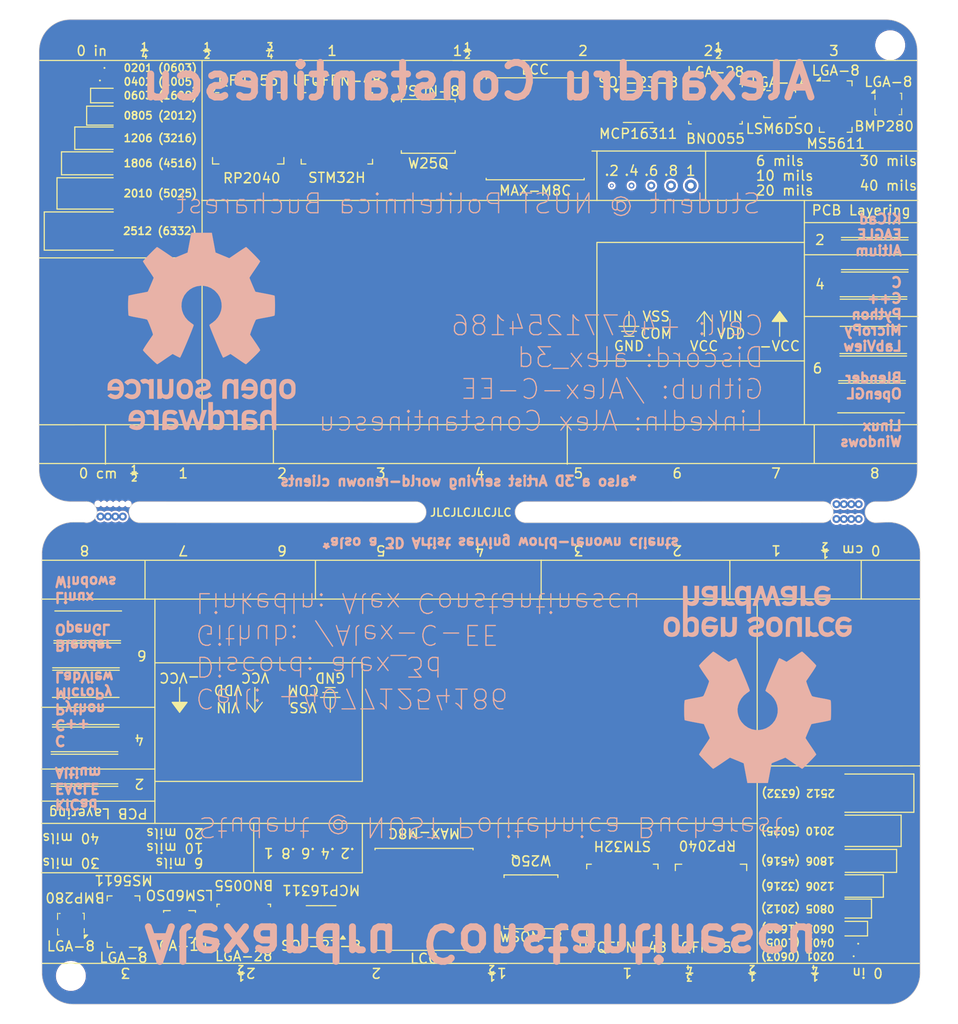
<source format=kicad_pcb>
(kicad_pcb (version 20240108) (generator "pcbnew") (generator_version "8.0")
  (title_block (title "PCB Card Template") (date "2019-11-28") (rev "00") (company "Redbud Farms") (comment 1 "Author: Scott Atkins (Scott@kins.dev)") (comment 2 "https://git.kins.dev/PCB-Card/") (comment 3 "Creative Commons Attribution-ShareAlike 4.0 International License") (comment 4 "http://creativecommons.org/licenses/by-sa/4.0/"))
  (layers (0 "F.Cu" signal) (31 "B.Cu" signal) (34 "B.Paste" user) (35 "F.Paste" user) (36 "B.SilkS" user "B.Silkscreen") (37 "F.SilkS" user "F.Silkscreen") (38 "B.Mask" user) (39 "F.Mask" user) (44 "Edge.Cuts" user))
  (net 0 "")
  (net 9 "Net-(LCC1-GND-Pad1)")
  (net 25 "Net-(LGA-2-CSB-Pad4)")
  (net 35 "Net-(LGA-3-GND-Pad6)")
  (net 45 "Net-(LGA1-GNDIO-Pad15)")
  (net 72 "Net-(QFN-1-IOVDD-Pad1)")
  (net 92 "Net-(QFN-1-DVDD-Pad23)")
  (net 123 "Net-(SOT-23-1-GND-Pad5)")
  (net 144 "Net-(UFQFPN-1-VSS-Pad23)")
  (footprint "MountingHole:MountingHole_2.2mm_M2" (layer "F.Cu") (at 97.950665 92.7245)
    (property "Reference" "REF**" (hide yes))
    (property "Value" "MountingHole_2.2mm_M2")
    (pad "" np_thru_hole circle (at 0 0) (size 0.2 0.2) (drill 0.2) (layers "*.Cu" "*.Mask"))
  )
  (footprint "MountingHole:MountingHole_2.2mm_M2" (layer "F.Cu") (at 96.714019 92.7245)
    (property "Reference" "REF**" (hide yes))
    (property "Value" "MountingHole_2.2mm_M2")
    (pad "" np_thru_hole circle (at 0 0) (size 0.2 0.2) (drill 0.2) (layers "*.Cu" "*.Mask"))
  )
  (footprint "MountingHole:MountingHole_2.2mm_M2" (layer "F.Cu") (at 96.095696 92.7245)
    (property "Reference" "REF**" (hide yes))
    (property "Value" "MountingHole_2.2mm_M2")
    (pad "" np_thru_hole circle (at 0 0) (size 0.2 0.2) (drill 0.2) (layers "*.Cu" "*.Mask"))
  )
  (footprint "MountingHole:MountingHole_2.2mm_M2" (layer "F.Cu") (at 97.332342 92.7245)
    (property "Reference" "REF**" (hide yes))
    (property "Value" "MountingHole_2.2mm_M2")
    (pad "" np_thru_hole circle (at 0 0) (size 0.2 0.2) (drill 0.2) (layers "*.Cu" "*.Mask"))
  )
  (footprint "MountingHole:MountingHole_2.2mm_M2" (layer "F.Cu") (at 95.475696 92.7145)
    (property "Reference" "REF**" (hide yes))
    (property "Value" "MountingHole_2.2mm_M2")
    (pad "" np_thru_hole circle (at 0 0) (size 0.2 0.2) (drill 0.2) (layers "*.Cu" "*.Mask"))
  )
  (footprint "MountingHole:MountingHole_2.2mm_M2" (layer "F.Cu") (at 98.557 92.7245)
    (property "Reference" "REF**" (hide yes))
    (property "Value" "MountingHole_2.2mm_M2")
    (pad "" np_thru_hole circle (at 0 0) (size 0.2 0.2) (drill 0.2) (layers "*.Cu" "*.Mask"))
  )
  (footprint "MountingHole:MountingHole_2.2mm_M2" (layer "F.Cu") (at 175.6905 46.2895)
    (property "Reference" "REF**" (hide yes))
    (property "Value" "MountingHole_2.2mm_M2" (hide yes))
    (pad "" np_thru_hole circle (at 0 0) (size 2.54 2.54) (drill 2.54) (layers "*.Cu" "*.Mask"))
  )
  (footprint "LED_SMD:LED_2512_6332Metric" (layer "F.Cu") (at 93.89 65.101)
    (property "Reference" "2512 (6332)" (at 4.064 0 0) (layer "F.SilkS") (effects (font (size 0.762 0.762) (thickness 0.1524)) (justify left)))
    (property "Value" "LED_2512_6332Metric")
    (pad "1" smd roundrect (at -2.9 0) (size 1.35 3.35) (layers "F.Cu" "F.Paste" "F.Mask") (roundrect_rratio 0.185185))
    (pad "2" smd roundrect (at 2.9 0) (size 1.35 3.35) (layers "F.Cu" "F.Paste" "F.Mask") (roundrect_rratio 0.185185))
  )
  (footprint "LED_SMD:LED_2010_5025Metric" (layer "F.Cu") (at 94.53 61.291)
    (property "Reference" "2010 (5025)" (at 3.478 0 0) (layer "F.SilkS") (effects (font (size 0.762 0.762) (thickness 0.1524)) (justify left)))
    (property "Value" "LED_2010_5025Metric")
    (pad "1" smd roundrect (at -2.25 0) (size 1.35 2.65) (layers "F.Cu" "F.Paste" "F.Mask") (roundrect_rratio 0.185185))
    (pad "2" smd roundrect (at 2.25 0) (size 1.35 2.65) (layers "F.Cu" "F.Paste" "F.Mask") (roundrect_rratio 0.185185))
  )
  (footprint "LED_SMD:LED_1806_4516Metric" (layer "F.Cu") (at 94.76 58.243)
    (property "Reference" "1806 (4516)" (at 3.248 0 0) (layer "F.SilkS") (effects (font (size 0.762 0.762) (thickness 0.1524)) (justify left)))
    (property "Value" "LED_1806_4516Metric")
    (pad "1" smd roundrect (at -2 0) (size 1.4 1.8) (layers "F.Cu" "F.Paste" "F.Mask") (roundrect_rratio 0.178571))
    (pad "2" smd roundrect (at 2 0) (size 1.4 1.8) (layers "F.Cu" "F.Paste" "F.Mask") (roundrect_rratio 0.178571))
  )
  (footprint "LED_SMD:LED_1206_3216Metric" (layer "F.Cu") (at 95.43 55.703)
    (property "Reference" "1206 (3216)" (at 2.578 0 0) (layer "F.SilkS") (effects (font (size 0.762 0.762) (thickness 0.1524)) (justify left)))
    (property "Value" "LED_1206_3216Metric")
    (pad "1" smd roundrect (at -1.4 0) (size 1.25 1.75) (layers "F.Cu" "F.Paste" "F.Mask") (roundrect_rratio 0.2))
    (pad "2" smd roundrect (at 1.4 0) (size 1.25 1.75) (layers "F.Cu" "F.Paste" "F.Mask") (roundrect_rratio 0.2))
  )
  (footprint "LED_SMD:LED_0805_2012Metric" (layer "F.Cu") (at 96.03 53.417)
    (property "Reference" "0805 (2012)" (at 1.978 0 0) (layer "F.SilkS") (effects (font (size 0.762 0.762) (thickness 0.1524)) (justify left)))
    (property "Value" "LED_0805_2012Metric")
    (pad "1" smd roundrect (at -0.9375 0) (size 0.975 1.4) (layers "F.Cu" "F.Paste" "F.Mask"))
    (pad "2" smd roundrect (at 0.9375 0) (size 0.975 1.4) (layers "F.Cu" "F.Paste" "F.Mask"))
  )
  (footprint "LED_SMD:LED_0603_1608Metric" (layer "F.Cu") (at 96.23 51.385)
    (property "Reference" "0603 (1608)" (at 1.778 0 0) (layer "F.SilkS") (effects (font (size 0.762 0.762) (thickness 0.1524)) (justify left)))
    (property "Value" "LED_0603_1608Metric")
    (pad "1" smd roundrect (at -0.7875 0) (size 0.875 0.95) (layers "F.Cu" "F.Paste" "F.Mask"))
    (pad "2" smd roundrect (at 0.7875 0) (size 0.875 0.95) (layers "F.Cu" "F.Paste" "F.Mask"))
  )
  (footprint "LED_SMD:LED_0402_1005Metric" (layer "F.Cu") (at 96.78 49.861)
    (property "Reference" "0402 (1005)" (at 1.228 0.127 0) (layer "F.SilkS") (effects (font (size 0.762 0.762) (thickness 0.1524)) (justify left)))
    (property "Value" "LED_0402_1005Metric")
    (pad "1" smd roundrect (at -0.485 0) (size 0.59 0.64) (layers "F.Cu" "F.Paste" "F.Mask"))
    (pad "2" smd roundrect (at 0.485 0) (size 0.59 0.64) (layers "F.Cu" "F.Paste" "F.Mask"))
  )
  (footprint "LED_SMD:LED_0201_0603Metric" (layer "F.Cu") (at 97.01 48.591)
    (property "Reference" "0201 (0603)" (at 0.998 0 0) (layer "F.SilkS") (effects (font (size 0.762 0.762) (thickness 0.1524)) (justify left)))
    (property "Value" "LED_0201_0603Metric")
    (pad "1" smd roundrect (at -0.32 0) (size 0.46 0.4) (layers "F.Cu" "F.Mask"))
    (pad "2" smd roundrect (at 0.32 0) (size 0.46 0.4) (layers "F.Cu" "F.Mask"))
  )
  (footprint "card:fw2_mask" (layer "F.Cu") (at 97.796 76.2875)
    (property "Reference" "G***" (hide yes))
    (property "Value" "LOGO" (hide yes))
  )
  (footprint "Package_DFN_QFN:QFN-56-1EP_7x7mm_P0.4mm_EP3.2x3.2mm" (layer "F.Cu") (at 110.7 54.7)
    (property "Reference" "QFN-56" (at 0 -4.83 0) (layer "F.SilkS"))
    (property "Value" "RP2040")
    (pad "1" smd roundrect (at -3.4375 -2.6) (size 0.875 0.2) (layers "F.Cu" "F.Paste" "F.Mask") (net 72 "Net-(QFN-1-IOVDD-Pad1)"))
    (pad "2" smd roundrect (at -3.4375 -2.2) (size 0.875 0.2) (layers "F.Cu" "F.Paste" "F.Mask"))
    (pad "3" smd roundrect (at -3.4375 -1.8) (size 0.875 0.2) (layers "F.Cu" "F.Paste" "F.Mask"))
    (pad "4" smd roundrect (at -3.4375 -1.4) (size 0.875 0.2) (layers "F.Cu" "F.Paste" "F.Mask"))
    (pad "5" smd roundrect (at -3.4375 -1) (size 0.875 0.2) (layers "F.Cu" "F.Paste" "F.Mask"))
    (pad "6" smd roundrect (at -3.4375 -0.6) (size 0.875 0.2) (layers "F.Cu" "F.Paste" "F.Mask"))
    (pad "7" smd roundrect (at -3.4375 -0.2) (size 0.875 0.2) (layers "F.Cu" "F.Paste" "F.Mask"))
    (pad "8" smd roundrect (at -3.4375 0.2) (size 0.875 0.2) (layers "F.Cu" "F.Paste" "F.Mask"))
    (pad "9" smd roundrect (at -3.4375 0.6) (size 0.875 0.2) (layers "F.Cu" "F.Paste" "F.Mask"))
    (pad "10" smd roundrect (at -3.4375 1) (size 0.875 0.2) (layers "F.Cu" "F.Paste" "F.Mask") (net 72 "Net-(QFN-1-IOVDD-Pad1)"))
    (pad "11" smd roundrect (at -3.4375 1.4) (size 0.875 0.2) (layers "F.Cu" "F.Paste" "F.Mask"))
    (pad "12" smd roundrect (at -3.4375 1.8) (size 0.875 0.2) (layers "F.Cu" "F.Paste" "F.Mask"))
    (pad "13" smd roundrect (at -3.4375 2.2) (size 0.875 0.2) (layers "F.Cu" "F.Paste" "F.Mask"))
    (pad "14" smd roundrect (at -3.4375 2.6) (size 0.875 0.2) (layers "F.Cu" "F.Paste" "F.Mask"))
    (pad "15" smd roundrect (at -2.6 3.4375) (size 0.2 0.875) (layers "F.Cu" "F.Paste" "F.Mask"))
    (pad "16" smd roundrect (at -2.2 3.4375) (size 0.2 0.875) (layers "F.Cu" "F.Paste" "F.Mask"))
    (pad "17" smd roundrect (at -1.8 3.4375) (size 0.2 0.875) (layers "F.Cu" "F.Paste" "F.Mask"))
    (pad "18" smd roundrect (at -1.4 3.4375) (size 0.2 0.875) (layers "F.Cu" "F.Paste" "F.Mask"))
    (pad "19" smd roundrect (at -1 3.4375) (size 0.2 0.875) (layers "F.Cu" "F.Paste" "F.Mask"))
    (pad "20" smd roundrect (at -0.6 3.4375) (size 0.2 0.875) (layers "F.Cu" "F.Paste" "F.Mask"))
    (pad "21" smd roundrect (at -0.2 3.4375) (size 0.2 0.875) (layers "F.Cu" "F.Paste" "F.Mask"))
    (pad "22" smd roundrect (at 0.2 3.4375) (size 0.2 0.875) (layers "F.Cu" "F.Paste" "F.Mask") (net 72 "Net-(QFN-1-IOVDD-Pad1)"))
    (pad "23" smd roundrect (at 0.6 3.4375) (size 0.2 0.875) (layers "F.Cu" "F.Paste" "F.Mask") (net 92 "Net-(QFN-1-DVDD-Pad23)"))
    (pad "24" smd roundrect (at 1 3.4375) (size 0.2 0.875) (layers "F.Cu" "F.Paste" "F.Mask"))
    (pad "25" smd roundrect (at 1.4 3.4375) (size 0.2 0.875) (layers "F.Cu" "F.Paste" "F.Mask"))
    (pad "26" smd roundrect (at 1.8 3.4375) (size 0.2 0.875) (layers "F.Cu" "F.Paste" "F.Mask"))
    (pad "27" smd roundrect (at 2.2 3.4375) (size 0.2 0.875) (layers "F.Cu" "F.Paste" "F.Mask"))
    (pad "28" smd roundrect (at 2.6 3.4375) (size 0.2 0.875) (layers "F.Cu" "F.Paste" "F.Mask"))
    (pad "29" smd roundrect (at 3.4375 2.6) (size 0.875 0.2) (layers "F.Cu" "F.Paste" "F.Mask"))
    (pad "30" smd roundrect (at 3.4375 2.2) (size 0.875 0.2) (layers "F.Cu" "F.Paste" "F.Mask"))
    (pad "31" smd roundrect (at 3.4375 1.8) (size 0.875 0.2) (layers "F.Cu" "F.Paste" "F.Mask"))
    (pad "32" smd roundrect (at 3.4375 1.4) (size 0.875 0.2) (layers "F.Cu" "F.Paste" "F.Mask"))
    (pad "33" smd roundrect (at 3.4375 1) (size 0.875 0.2) (layers "F.Cu" "F.Paste" "F.Mask") (net 72 "Net-(QFN-1-IOVDD-Pad1)"))
    (pad "34" smd roundrect (at 3.4375 0.6) (size 0.875 0.2) (layers "F.Cu" "F.Paste" "F.Mask"))
    (pad "35" smd roundrect (at 3.4375 0.2) (size 0.875 0.2) (layers "F.Cu" "F.Paste" "F.Mask"))
    (pad "36" smd roundrect (at 3.4375 -0.2) (size 0.875 0.2) (layers "F.Cu" "F.Paste" "F.Mask"))
    (pad "37" smd roundrect (at 3.4375 -0.6) (size 0.875 0.2) (layers "F.Cu" "F.Paste" "F.Mask"))
    (pad "38" smd roundrect (at 3.4375 -1) (size 0.875 0.2) (layers "F.Cu" "F.Paste" "F.Mask"))
    (pad "39" smd roundrect (at 3.4375 -1.4) (size 0.875 0.2) (layers "F.Cu" "F.Paste" "F.Mask"))
    (pad "40" smd roundrect (at 3.4375 -1.8) (size 0.875 0.2) (layers "F.Cu" "F.Paste" "F.Mask"))
    (pad "41" smd roundrect (at 3.4375 -2.2) (size 0.875 0.2) (layers "F.Cu" "F.Paste" "F.Mask"))
    (pad "42" smd roundrect (at 3.4375 -2.6) (size 0.875 0.2) (layers "F.Cu" "F.Paste" "F.Mask") (net 72 "Net-(QFN-1-IOVDD-Pad1)"))
    (pad "43" smd roundrect (at 2.6 -3.4375) (size 0.2 0.875) (layers "F.Cu" "F.Paste" "F.Mask"))
    (pad "44" smd roundrect (at 2.2 -3.4375) (size 0.2 0.875) (layers "F.Cu" "F.Paste" "F.Mask"))
    (pad "45" smd roundrect (at 1.8 -3.4375) (size 0.2 0.875) (layers "F.Cu" "F.Paste" "F.Mask"))
    (pad "46" smd roundrect (at 1.4 -3.4375) (size 0.2 0.875) (layers "F.Cu" "F.Paste" "F.Mask"))
    (pad "47" smd roundrect (at 1 -3.4375) (size 0.2 0.875) (layers "F.Cu" "F.Paste" "F.Mask"))
    (pad "48" smd roundrect (at 0.6 -3.4375) (size 0.2 0.875) (layers "F.Cu" "F.Paste" "F.Mask"))
    (pad "49" smd roundrect (at 0.2 -3.4375) (size 0.2 0.875) (layers "F.Cu" "F.Paste" "F.Mask") (net 72 "Net-(QFN-1-IOVDD-Pad1)"))
    (pad "50" smd roundrect (at -0.2 -3.4375) (size 0.2 0.875) (layers "F.Cu" "F.Paste" "F.Mask") (net 92 "Net-(QFN-1-DVDD-Pad23)"))
    (pad "51" smd roundrect (at -0.6 -3.4375) (size 0.2 0.875) (layers "F.Cu" "F.Paste" "F.Mask"))
    (pad "52" smd roundrect (at -1 -3.4375) (size 0.2 0.875) (layers "F.Cu" "F.Paste" "F.Mask"))
    (pad "53" smd roundrect (at -1.4 -3.4375) (size 0.2 0.875) (layers "F.Cu" "F.Paste" "F.Mask"))
    (pad "54" smd roundrect (at -1.8 -3.4375) (size 0.2 0.875) (layers "F.Cu" "F.Paste" "F.Mask"))
    (pad "55" smd roundrect (at -2.2 -3.4375) (size 0.2 0.875) (layers "F.Cu" "F.Paste" "F.Mask"))
    (pad "56" smd roundrect (at -2.6 -3.4375) (size 0.2 0.875) (layers "F.Cu" "F.Paste" "F.Mask"))
    (pad "57" smd rect (at 0 0) (size 3.2 3.2) (property pad_prop_heatsink) (layers "F.Cu" "F.Mask"))
  )
  (footprint "LED_SMD:LED_2010_5025Metric" (layer "F.Cu") (at 173.61 125.81 180)
    (property "Reference" "2010 (5025)" (at 3.478 0 180) (layer "F.SilkS") (effects (font (size 0.762 0.762) (thickness 0.1524)) (justify left)))
    (property "Value" "LED_2010_5025Metric")
    (pad "1" smd roundrect (at -2.25 0 180) (size 1.35 2.65) (layers "F.Cu" "F.Paste" "F.Mask") (roundrect_rratio 0.185185))
    (pad "2" smd roundrect (at 2.25 0 180) (size 1.35 2.65) (layers "F.Cu" "F.Paste" "F.Mask") (roundrect_rratio 0.185185))
  )
  (footprint "Package_SO:MSOP-8_3x3mm_P0.65mm" (layer "F.Cu") (at 118.075 135 180)
    (property "Reference" "SOT-23-8" (at 0 -2.45 0) (layer "F.SilkS"))
    (property "Value" "MCP16311x-xMS" (hide yes))
    (pad "1" smd roundrect (at -2.1125 -0.975 180) (size 1.625 0.4) (layers "F.Cu" "F.Paste" "F.Mask"))
    (pad "2" smd roundrect (at -2.1125 -0.325 180) (size 1.625 0.4) (layers "F.Cu" "F.Paste" "F.Mask"))
    (pad "3" smd roundrect (at -2.1125 0.325 180) (size 1.625 0.4) (layers "F.Cu" "F.Paste" "F.Mask"))
    (pad "4" smd roundrect (at -2.1125 0.975 180) (size 1.625 0.4) (layers "F.Cu" "F.Paste" "F.Mask"))
    (pad "5" smd roundrect (at 2.1125 0.975 180) (size 1.625 0.4) (layers "F.Cu" "F.Paste" "F.Mask") (net 123 "Net-(SOT-23-1-GND-Pad5)"))
    (pad "6" smd roundrect (at 2.1125 0.325 180) (size 1.625 0.4) (layers "F.Cu" "F.Paste" "F.Mask"))
    (pad "7" smd roundrect (at 2.1125 -0.325 180) (size 1.625 0.4) (layers "F.Cu" "F.Paste" "F.Mask"))
    (pad "8" smd roundrect (at 2.1125 -0.975 180) (size 1.625 0.4) (layers "F.Cu" "F.Paste" "F.Mask") (net 123 "Net-(SOT-23-1-GND-Pad5)"))
  )
  (footprint "card:fw2_mask" (layer "F.Cu") (at 170.5 110.75 180)
    (property "Reference" "G***" (hide yes))
    (property "Value" "LOGO" (hide yes))
  )
  (footprint "Package_LGA:LGA-28_5.2x3.8mm_P0.5mm" (layer "F.Cu") (at 110.25 135.25 180)
    (property "Reference" "LGA-28" (at 0 -3.25 0) (layer "F.SilkS"))
    (property "Value" "BNO055")
    (pad "1" smd rect (at -2.25 -1.6625 180) (size 0.254 0.675) (layers "F.Cu" "F.Paste" "F.Mask"))
    (pad "2" smd rect (at -2.3875 -0.75 270) (size 0.254 0.675) (layers "F.Cu" "F.Paste" "F.Mask"))
    (pad "3" smd rect (at -2.3875 -0.25 270) (size 0.254 0.675) (layers "F.Cu" "F.Paste" "F.Mask"))
    (pad "4" smd rect (at -2.3875 0.25 270) (size 0.254 0.675) (layers "F.Cu" "F.Paste" "F.Mask"))
    (pad "5" smd rect (at -2.3875 0.75 270) (size 0.254 0.675) (layers "F.Cu" "F.Paste" "F.Mask"))
    (pad "6" smd rect (at -2.25 1.6625 180) (size 0.254 0.675) (layers "F.Cu" "F.Paste" "F.Mask"))
    (pad "7" smd rect (at -1.75 1.6625 180) (size 0.254 0.675) (layers "F.Cu" "F.Paste" "F.Mask"))
    (pad "8" smd rect (at -1.25 1.6625 180) (size 0.254 0.675) (layers "F.Cu" "F.Paste" "F.Mask"))
    (pad "9" smd rect (at -0.75 1.6625 180) (size 0.254 0.675) (layers "F.Cu" "F.Paste" "F.Mask"))
    (pad "10" smd rect (at -0.25 1.6625 180) (size 0.254 0.675) (layers "F.Cu" "F.Paste" "F.Mask"))
    (pad "11" smd rect (at 0.25 1.6625 180) (size 0.254 0.675) (layers "F.Cu" "F.Paste" "F.Mask"))
    (pad "12" smd rect (at 0.75 1.6625 180) (size 0.254 0.675) (layers "F.Cu" "F.Paste" "F.Mask"))
    (pad "13" smd rect (at 1.25 1.6625 180) (size 0.254 0.675) (layers "F.Cu" "F.Paste" "F.Mask"))
    (pad "14" smd rect (at 1.75 1.6625 180) (size 0.254 0.675) (layers "F.Cu" "F.Paste" "F.Mask"))
    (pad "15" smd rect (at 2.25 1.6625 180) (size 0.254 0.675) (layers "F.Cu" "F.Paste" "F.Mask") (net 45 "Net-(LGA1-GNDIO-Pad15)"))
    (pad "16" smd rect (at 2.3875 0.75 270) (size 0.254 0.675) (layers "F.Cu" "F.Paste" "F.Mask") (net 45 "Net-(LGA1-GNDIO-Pad15)"))
    (pad "17" smd rect (at 2.3875 0.25 270) (size 0.254 0.675) (layers "F.Cu" "F.Paste" "F.Mask"))
    (pad "18" smd rect (at 2.3875 -0.25 270) (size 0.254 0.675) (layers "F.Cu" "F.Paste" "F.Mask"))
    (pad "19" smd rect (at 2.3875 -0.75 270) (size 0.254 0.675) (layers "F.Cu" "F.Paste" "F.Mask"))
    (pad "20" smd rect (at 2.25 -1.6625 180) (size 0.254 0.675) (layers "F.Cu" "F.Paste" "F.Mask"))
    (pad "21" smd rect (at 1.75 -1.6625 180) (size 0.254 0.675) (layers "F.Cu" "F.Paste" "F.Mask"))
    (pad "22" smd rect (at 1.25 -1.6625 180) (size 0.254 0.675) (layers "F.Cu" "F.Paste" "F.Mask"))
    (pad "23" smd rect (at 0.75 -1.6625 180) (size 0.254 0.675) (layers "F.Cu" "F.Paste" "F.Mask"))
    (pad "24" smd rect (at 0.25 -1.6625 180) (size 0.254 0.675) (layers "F.Cu" "F.Paste" "F.Mask"))
    (pad "25" smd rect (at -0.25 -1.6625 180) (size 0.254 0.675) (layers "F.Cu" "F.Paste" "F.Mask") (net 45 "Net-(LGA1-GNDIO-Pad15)"))
    (pad "26" smd rect (at -0.75 -1.6625 180) (size 0.254 0.675) (layers "F.Cu" "F.Paste" "F.Mask"))
    (pad "27" smd rect (at -1.25 -1.6625 180) (size 0.254 0.675) (layers "F.Cu" "F.Paste" "F.Mask"))
    (pad "28" smd rect (at -1.75 -1.6625 180) (size 0.254 0.675) (layers "F.Cu" "F.Paste" "F.Mask"))
  )
  (footprint "Package_DFN_QFN:QFN-56-1EP_7x7mm_P0.4mm_EP3.2x3.2mm" (layer "F.Cu") (at 157.55 132.8 180)
    (property "Reference" "QFN-56" (at 0 -4.83 0) (layer "F.SilkS"))
    (property "Value" "RP2040")
    (pad "1" smd roundrect (at -3.4375 -2.6 180) (size 0.875 0.2) (layers "F.Cu" "F.Paste" "F.Mask") (net 72 "Net-(QFN-1-IOVDD-Pad1)"))
    (pad "2" smd roundrect (at -3.4375 -2.2 180) (size 0.875 0.2) (layers "F.Cu" "F.Paste" "F.Mask"))
    (pad "3" smd roundrect (at -3.4375 -1.8 180) (size 0.875 0.2) (layers "F.Cu" "F.Paste" "F.Mask"))
    (pad "4" smd roundrect (at -3.4375 -1.4 180) (size 0.875 0.2) (layers "F.Cu" "F.Paste" "F.Mask"))
    (pad "5" smd roundrect (at -3.4375 -1 180) (size 0.875 0.2) (layers "F.Cu" "F.Paste" "F.Mask"))
    (pad "6" smd roundrect (at -3.4375 -0.6 180) (size 0.875 0.2) (layers "F.Cu" "F.Paste" "F.Mask"))
    (pad "7" smd roundrect (at -3.4375 -0.2 180) (size 0.875 0.2) (layers "F.Cu" "F.Paste" "F.Mask"))
    (pad "8" smd roundrect (at -3.4375 0.2 180) (size 0.875 0.2) (layers "F.Cu" "F.Paste" "F.Mask"))
    (pad "9" smd roundrect (at -3.4375 0.6 180) (size 0.875 0.2) (layers "F.Cu" "F.Paste" "F.Mask"))
    (pad "10" smd roundrect (at -3.4375 1 180) (size 0.875 0.2) (layers "F.Cu" "F.Paste" "F.Mask") (net 72 "Net-(QFN-1-IOVDD-Pad1)"))
    (pad "11" smd roundrect (at -3.4375 1.4 180) (size 0.875 0.2) (layers "F.Cu" "F.Paste" "F.Mask"))
    (pad "12" smd roundrect (at -3.4375 1.8 180) (size 0.875 0.2) (layers "F.Cu" "F.Paste" "F.Mask"))
    (pad "13" smd roundrect (at -3.4375 2.2 180) (size 0.875 0.2) (layers "F.Cu" "F.Paste" "F.Mask"))
    (pad "14" smd roundrect (at -3.4375 2.6 180) (size 0.875 0.2) (layers "F.Cu" "F.Paste" "F.Mask"))
    (pad "15" smd roundrect (at -2.6 3.4375 180) (size 0.2 0.875) (layers "F.Cu" "F.Paste" "F.Mask"))
    (pad "16" smd roundrect (at -2.2 3.4375 180) (size 0.2 0.875) (layers "F.Cu" "F.Paste" "F.Mask"))
    (pad "17" smd roundrect (at -1.8 3.4375 180) (size 0.2 0.875) (layers "F.Cu" "F.Paste" "F.Mask"))
    (pad "18" smd roundrect (at -1.4 3.4375 180) (size 0.2 0.875) (layers "F.Cu" "F.Paste" "F.Mask"))
    (pad "19" smd roundrect (at -1 3.4375 180) (size 0.2 0.875) (layers "F.Cu" "F.Paste" "F.Mask"))
    (pad "20" smd roundrect (at -0.6 3.4375 180) (size 0.2 0.875) (layers "F.Cu" "F.Paste" "F.Mask"))
    (pad "21" smd roundrect (at -0.2 3.4375 180) (size 0.2 0.875) (layers "F.Cu" "F.Paste" "F.Mask"))
    (pad "22" smd roundrect (at 0.2 3.4375 180) (size 0.2 0.875) (layers "F.Cu" "F.Paste" "F.Mask") (net 72 "Net-(QFN-1-IOVDD-Pad1)"))
    (pad "23" smd roundrect (at 0.6 3.4375 180) (size 0.2 0.875) (layers "F.Cu" "F.Paste" "F.Mask") (net 92 "Net-(QFN-1-DVDD-Pad23)"))
    (pad "24" smd roundrect (at 1 3.4375 180) (size 0.2 0.875) (layers "F.Cu" "F.Paste" "F.Mask"))
    (pad "25" smd roundrect (at 1.4 3.4375 180) (size 0.2 0.875) (layers "F.Cu" "F.Paste" "F.Mask"))
    (pad "26" smd roundrect (at 1.8 3.4375 180) (size 0.2 0.875) (layers "F.Cu" "F.Paste" "F.Mask"))
    (pad "27" smd roundrect (at 2.2 3.4375 180) (size 0.2 0.875) (layers "F.Cu" "F.Paste" "F.Mask"))
    (pad "28" smd roundrect (at 2.6 3.4375 180) (size 0.2 0.875) (layers "F.Cu" "F.Paste" "F.Mask"))
    (pad "29" smd roundrect (at 3.4375 2.6 180) (size 0.875 0.2) (layers "F.Cu" "F.Paste" "F.Mask"))
    (pad "30" smd roundrect (at 3.4375 2.2 180) (size 0.875 0.2) (layers "F.Cu" "F.Paste" "F.Mask"))
    (pad "31" smd roundrect (at 3.4375 1.8 180) (size 0.875 0.2) (layers "F.Cu" "F.Paste" "F.Mask"))
    (pad "32" smd roundrect (at 3.4375 1.4 180) (size 0.875 0.2) (layers "F.Cu" "F.Paste" "F.Mask"))
    (pad "33" smd roundrect (at 3.4375 1 180) (size 0.875 0.2) (layers "F.Cu" "F.Paste" "F.Mask") (net 72 "Net-(QFN-1-IOVDD-Pad1)"))
    (pad "34" smd roundrect (at 3.4375 0.6 180) (size 0.875 0.2) (layers "F.Cu" "F.Paste" "F.Mask"))
    (pad "35" smd roundrect (at 3.4375 0.2 180) (size 0.875 0.2) (layers "F.Cu" "F.Paste" "F.Mask"))
    (pad "36" smd roundrect (at 3.4375 -0.2 180) (size 0.875 0.2) (layers "F.Cu" "F.Paste" "F.Mask"))
    (pad "37" smd roundrect (at 3.4375 -0.6 180) (size 0.875 0.2) (layers "F.Cu" "F.Paste" "F.Mask"))
    (pad "38" smd roundrect (at 3.4375 -1 180) (size 0.875 0.2) (layers "F.Cu" "F.Paste" "F.Mask"))
    (pad "39" smd roundrect (at 3.4375 -1.4 180) (size 0.875 0.2) (layers "F.Cu" "F.Paste" "F.Mask"))
    (pad "40" smd roundrect (at 3.4375 -1.8 180) (size 0.875 0.2) (layers "F.Cu" "F.Paste" "F.Mask"))
    (pad "41" smd roundrect (at 3.4375 -2.2 180) (size 0.875 0.2) (layers "F.Cu" "F.Paste" "F.Mask"))
    (pad "42" smd roundrect (at 3.4375 -2.6 180) (size 0.875 0.2) (layers "F.Cu" "F.Paste" "F.Mask") (net 72 "Net-(QFN-1-IOVDD-Pad1)"))
    (pad "43" smd roundrect (at 2.6 -3.4375 180) (size 0.2 0.875) (layers "F.Cu" "F.Paste" "F.Mask"))
    (pad "44" smd roundrect (at 2.2 -3.4375 180) (size 0.2 0.875) (layers "F.Cu" "F.Paste" "F.Mask"))
    (pad "45" smd roundrect (at 1.8 -3.4375 180) (size 0.2 0.875) (layers "F.Cu" "F.Paste" "F.Mask"))
    (pad "46" smd roundrect (at 1.4 -3.4375 180) (size 0.2 0.875) (layers "F.Cu" "F.Paste" "F.Mask"))
    (pad "47" smd roundrect (at 1 -3.4375 180) (size 0.2 0.875) (layers "F.Cu" "F.Paste" "F.Mask"))
    (pad "48" smd roundrect (at 0.6 -3.4375 180) (size 0.2 0.875) (layers "F.Cu" "F.Paste" "F.Mask"))
    (pad "49" smd roundrect (at 0.2 -3.4375 180) (size 0.2 0.875) (layers "F.Cu" "F.Paste" "F.Mask") (net 72 "Net-(QFN-1-IOVDD-Pad1)"))
    (pad "50" smd roundrect (at -0.2 -3.4375 180) (size 0.2 0.875) (layers "F.Cu" "F.Paste" "F.Mask") (net 92 "Net-(QFN-1-DVDD-Pad23)"))
    (pad "51" smd roundrect (at -0.6 -3.4375 180) (size 0.2 0.875) (layers "F.Cu" "F.Paste" "F.Mask"))
    (pad "52" smd roundrect (at -1 -3.4375 180) (size 0.2 0.875) (layers "F.Cu" "F.Paste" "F.Mask"))
    (pad "53" smd roundrect (at -1.4 -3.4375 180) (size 0.2 0.875) (layers "F.Cu" "F.Paste" "F.Mask"))
    (pad "54" smd roundrect (at -1.8 -3.4375 180) (size 0.2 0.875) (layers "F.Cu" "F.Paste" "F.Mask"))
    (pad "55" smd roundrect (at -2.2 -3.4375 180) (size 0.2 0.875) (layers "F.Cu" "F.Paste" "F.Mask"))
    (pad "56" smd roundrect (at -2.6 -3.4375 180) (size 0.2 0.875) (layers "F.Cu" "F.Paste" "F.Mask"))
    (pad "57" smd rect (at 0 0 180) (size 3.2 3.2) (property pad_prop_heatsink) (layers "F.Cu" "F.Mask"))
  )
  (footprint "Package_DFN_QFN:QFN-48-1EP_7x7mm_P0.5mm_EP5.6x5.6mm" (layer "F.Cu") (at 148.575 132.8 180)
    (property "Reference" "UFQFPN-48" (at 0 -4.83 0) (layer "F.SilkS"))
    (property "Value" "STM32H503CBUx")
    (pad "1" smd roundrect (at -3.4375 -2.75 180) (size 0.875 0.25) (layers "F.Cu" "F.Paste" "F.Mask"))
    (pad "2" smd roundrect (at -3.4375 -2.25 180) (size 0.875 0.25) (layers "F.Cu" "F.Paste" "F.Mask"))
    (pad "3" smd roundrect (at -3.4375 -1.75 180) (size 0.875 0.25) (layers "F.Cu" "F.Paste" "F.Mask"))
    (pad "4" smd roundrect (at -3.4375 -1.25 180) (size 0.875 0.25) (layers "F.Cu" "F.Paste" "F.Mask"))
    (pad "5" smd roundrect (at -3.4375 -0.75 180) (size 0.875 0.25) (layers "F.Cu" "F.Paste" "F.Mask"))
    (pad "6" smd roundrect (at -3.4375 -0.25 180) (size 0.875 0.25) (layers "F.Cu" "F.Paste" "F.Mask"))
    (pad "7" smd roundrect (at -3.4375 0.25 180) (size 0.875 0.25) (layers "F.Cu" "F.Paste" "F.Mask"))
    (pad "8" smd roundrect (at -3.4375 0.75 180) (size 0.875 0.25) (layers "F.Cu" "F.Paste" "F.Mask"))
    (pad "9" smd roundrect (at -3.4375 1.25 180) (size 0.875 0.25) (layers "F.Cu" "F.Paste" "F.Mask"))
    (pad "10" smd roundrect (at -3.4375 1.75 180) (size 0.875 0.25) (layers "F.Cu" "F.Paste" "F.Mask"))
    (pad "11" smd roundrect (at -3.4375 2.25 180) (size 0.875 0.25) (layers "F.Cu" "F.Paste" "F.Mask"))
    (pad "12" smd roundrect (at -3.4375 2.75 180) (size 0.875 0.25) (layers "F.Cu" "F.Paste" "F.Mask"))
    (pad "13" smd roundrect (at -2.75 3.4375 180) (size 0.25 0.875) (layers "F.Cu" "F.Paste" "F.Mask"))
    (pad "14" smd roundrect (at -2.25 3.4375 180) (size 0.25 0.875) (layers "F.Cu" "F.Paste" "F.Mask"))
    (pad "15" smd roundrect (at -1.75 3.4375 180) (size 0.25 0.875) (layers "F.Cu" "F.Paste" "F.Mask"))
    (pad "16" smd roundrect (at -1.25 3.4375 180) (size 0.25 0.875) (layers "F.Cu" "F.Paste" "F.Mask"))
    (pad "17" smd roundrect (at -0.75 3.4375 180) (size 0.25 0.875) (layers "F.Cu" "F.Paste" "F.Mask"))
    (pad "18" smd roundrect (at -0.25 3.4375 180) (size 0.25 0.875) (layers "F.Cu" "F.Paste" "F.Mask"))
    (pad "19" smd roundrect (at 0.25 3.4375 180) (size 0.25 0.875) (layers "F.Cu" "F.Paste" "F.Mask"))
    (pad "20" smd roundrect (at 0.75 3.4375 180) (size 0.25 0.875) (layers "F.Cu" "F.Paste" "F.Mask"))
    (pad "21" smd roundrect (at 1.25 3.4375 180) (size 0.25 0.875) (layers "F.Cu" "F.Paste" "F.Mask"))
    (pad "22" smd roundrect (at 1.75 3.4375 180) (size 0.25 0.875) (layers "F.Cu" "F.Paste" "F.Mask"))
    (pad "23" smd roundrect (at 2.25 3.4375 180) (size 0.25 0.875) (layers "F.Cu" "F.Paste" "F.Mask") (net 144 "Net-(UFQFPN-1-VSS-Pad23)"))
    (pad "24" smd roundrect (at 2.75 3.4375 180) (size 0.25 0.875) (layers "F.Cu" "F.Paste" "F.Mask"))
    (pad "25" smd roundrect (at 3.4375 2.75 180) (size 0.875 0.25) (layers "F.Cu" "F.Paste" "F.Mask"))
    (pad "26" smd roundrect (at 3.4375 2.25 180) (size 0.875 0.25) (layers "F.Cu" "F.Paste" "F.Mask"))
    (pad "27" smd roundrect (at 3.4375 1.75 180) (size 0.875 0.25) (layers "F.Cu" "F.Paste" "F.Mask"))
    (pad "28" smd roundrect (at 3.4375 1.25 180) (size 0.875 0.25) (layers "F.Cu" "F.Paste" "F.Mask"))
    (pad "29" smd roundrect (at 3.4375 0.75 180) (size 0.875 0.25) (layers "F.Cu" "F.Paste" "F.Mask"))
    (pad "30" smd roundrect (at 3.4375 0.25 180) (size 0.875 0.25) (layers "F.Cu" "F.Paste" "F.Mask"))
    (pad "31" smd roundrect (at 3.4375 -0.25 180) (size 0.875 0.25) (layers "F.Cu" "F.Paste" "F.Mask"))
    (pad "32" smd roundrect (at 3.4375 -0.75 180) (size 0.875 0.25) (layers "F.Cu" "F.Paste" "F.Mask"))
    (pad "33" smd roundrect (at 3.4375 -1.25 180) (size 0.875 0.25) (layers "F.Cu" "F.Paste" "F.Mask"))
    (pad "34" smd roundrect (at 3.4375 -1.75 180) (size 0.875 0.25) (layers "F.Cu" "F.Paste" "F.Mask"))
    (pad "35" smd roundrect (at 3.4375 -2.25 180) (size 0.875 0.25) (layers "F.Cu" "F.Paste" "F.Mask") (net 144 "Net-(UFQFPN-1-VSS-Pad23)"))
    (pad "36" smd roundrect (at 3.4375 -2.75 180) (size 0.875 0.25) (layers "F.Cu" "F.Paste" "F.Mask"))
    (pad "37" smd roundrect (at 2.75 -3.4375 180) (size 0.25 0.875) (layers "F.Cu" "F.Paste" "F.Mask"))
    (pad "38" smd roundrect (at 2.25 -3.4375 180) (size 0.25 0.875) (layers "F.Cu" "F.Paste" "F.Mask"))
    (pad "39" smd roundrect (at 1.75 -3.4375 180) (size 0.25 0.875) (layers "F.Cu" "F.Paste" "F.Mask"))
    (pad "40" smd roundrect (at 1.25 -3.4375 180) (size 0.25 0.875) (layers "F.Cu" "F.Paste" "F.Mask"))
    (pad "41" smd roundrect (at 0.75 -3.4375 180) (size 0.25 0.875) (layers "F.Cu" "F.Paste" "F.Mask"))
    (pad "42" smd roundrect (at 0.25 -3.4375 180) (size 0.25 0.875) (layers "F.Cu" "F.Paste" "F.Mask"))
    (pad "43" smd roundrect (at -0.25 -3.4375 180) (size 0.25 0.875) (layers "F.Cu" "F.Paste" "F.Mask"))
    (pad "44" smd roundrect (at -0.75 -3.4375 180) (size 0.25 0.875) (layers "F.Cu" "F.Paste" "F.Mask"))
    (pad "45" smd roundrect (at -1.25 -3.4375 180) (size 0.25 0.875) (layers "F.Cu" "F.Paste" "F.Mask"))
    (pad "46" smd roundrect (at -1.75 -3.4375 180) (size 0.25 0.875) (layers "F.Cu" "F.Paste" "F.Mask"))
    (pad "47" smd roundrect (at -2.25 -3.4375 180) (size 0.25 0.875) (layers "F.Cu" "F.Paste" "F.Mask") (net 144 "Net-(UFQFPN-1-VSS-Pad23)"))
    (pad "48" smd roundrect (at -2.75 -3.4375 180) (size 0.25 0.875) (layers "F.Cu" "F.Paste" "F.Mask"))
    (pad "49" smd rect (at 0 0 180) (size 5.6 5.6) (property pad_prop_heatsink) (layers "F.Cu" "F.Mask") (net 144 "Net-(UFQFPN-1-VSS-Pad23)"))
  )
  (footprint "LED_SMD:LED_0805_2012Metric" (layer "F.Cu") (at 172.11 133.684 180)
    (property "Reference" "0805 (2012)" (at 1.978 0 180) (layer "F.SilkS") (effects (font (size 0.762 0.762) (thickness 0.1524)) (justify left)))
    (property "Value" "LED_0805_2012Metric")
    (pad "1" smd roundrect (at -0.9375 0 180) (size 0.975 1.4) (layers "F.Cu" "F.Paste" "F.Mask"))
    (pad "2" smd roundrect (at 0.9375 0 180) (size 0.975 1.4) (layers "F.Cu" "F.Paste" "F.Mask"))
  )
  (footprint "Package_LGA:LGA-14_3x2.5mm_P0.5mm_LayoutBorder3x4y" (layer "F.Cu") (at 103.75 135.25 180)
    (property "Reference" "LGA-14" (at 0 -2.2 0) (layer "F.SilkS"))
    (property "Value" "LSM6DS3")
    (pad "1" smd roundrect (at -1.1625 -0.75 180) (size 0.625 0.35) (layers "F.Cu" "F.Paste" "F.Mask"))
    (pad "2" smd roundrect (at -1.1625 -0.25 180) (size 0.625 0.35) (layers "F.Cu" "F.Paste" "F.Mask"))
    (pad "3" smd roundrect (at -1.1625 0.25 180) (size 0.625 0.35) (layers "F.Cu" "F.Paste" "F.Mask"))
    (pad "4" smd roundrect (at -1.1625 0.75 180) (size 0.625 0.35) (layers "F.Cu" "F.Paste" "F.Mask"))
    (pad "5" smd roundrect (at -0.5 0.9125 180) (size 0.35 0.625) (layers "F.Cu" "F.Paste" "F.Mask"))
    (pad "6" smd roundrect (at 0 0.9125 180) (size 0.35 0.625) (layers "F.Cu" "F.Paste" "F.Mask") (net 35 "Net-(LGA-3-GND-Pad6)"))
    (pad "7" smd roundrect (at 0.5 0.9125 180) (size 0.35 0.625) (layers "F.Cu" "F.Paste" "F.Mask") (net 35 "Net-(LGA-3-GND-Pad6)"))
    (pad "8" smd roundrect (at 1.1625 0.75 180) (size 0.625 0.35) (layers "F.Cu" "F.Paste" "F.Mask"))
    (pad "9" smd roundrect (at 1.1625 0.25 180) (size 0.625 0.35) (layers "F.Cu" "F.Paste" "F.Mask"))
    (pad "10" smd roundrect (at 1.1625 -0.25 180) (size 0.625 0.35) (layers "F.Cu" "F.Paste" "F.Mask"))
    (pad "11" smd roundrect (at 1.1625 -0.75 180) (size 0.625 0.35) (layers "F.Cu" "F.Paste" "F.Mask"))
    (pad "12" smd roundrect (at 0.5 -0.9125 180) (size 0.35 0.625) (layers "F.Cu" "F.Paste" "F.Mask"))
    (pad "13" smd roundrect (at 0 -0.9125 180) (size 0.35 0.625) (layers "F.Cu" "F.Paste" "F.Mask"))
    (pad "14" smd roundrect (at -0.5 -0.9125 180) (size 0.35 0.625) (layers "F.Cu" "F.Paste" "F.Mask"))
  )
  (footprint "Package_SO:MSOP-8_3x3mm_P0.65mm" (layer "F.Cu") (at 150.175 52.5)
    (property "Reference" "SOT-23-8" (at 0 -2.45 0) (layer "F.SilkS"))
    (property "Value" "MCP16311x-xMS" (hide yes))
    (pad "1" smd roundrect (at -2.1125 -0.975) (size 1.625 0.4) (layers "F.Cu" "F.Paste" "F.Mask"))
    (pad "2" smd roundrect (at -2.1125 -0.325) (size 1.625 0.4) (layers "F.Cu" "F.Paste" "F.Mask"))
    (pad "3" smd roundrect (at -2.1125 0.325) (size 1.625 0.4) (layers "F.Cu" "F.Paste" "F.Mask"))
    (pad "4" smd roundrect (at -2.1125 0.975) (size 1.625 0.4) (layers "F.Cu" "F.Paste" "F.Mask"))
    (pad "5" smd roundrect (at 2.1125 0.975) (size 1.625 0.4) (layers "F.Cu" "F.Paste" "F.Mask") (net 123 "Net-(SOT-23-1-GND-Pad5)"))
    (pad "6" smd roundrect (at 2.1125 0.325) (size 1.625 0.4) (layers "F.Cu" "F.Paste" "F.Mask"))
    (pad "7" smd roundrect (at 2.1125 -0.325) (size 1.625 0.4) (layers "F.Cu" "F.Paste" "F.Mask"))
    (pad "8" smd roundrect (at 2.1125 -0.975) (size 1.625 0.4) (layers "F.Cu" "F.Paste" "F.Mask") (net 123 "Net-(SOT-23-1-GND-Pad5)"))
  )
  (footprint "LED_SMD:LED_0603_1608Metric" (layer "F.Cu") (at 171.91 135.716 180)
    (property "Reference" "0603 (1608)" (at 1.778 0 180) (layer "F.SilkS") (effects (font (size 0.762 0.762) (thickness 0.1524)) (justify left)))
    (property "Value" "LED_0603_1608Metric")
    (pad "1" smd roundrect (at -0.7875 0 180) (size 0.875 0.95) (layers "F.Cu" "F.Paste" "F.Mask"))
    (pad "2" smd roundrect (at 0.7875 0 180) (size 0.875 0.95) (layers "F.Cu" "F.Paste" "F.Mask"))
  )
  (footprint "LED_SMD:LED_2512_6332Metric" (layer "F.Cu") (at 174.25 122 180)
    (property "Reference" "2512 (6332)" (at 4.064 0 180) (layer "F.SilkS") (effects (font (size 0.762 0.762) (thickness 0.1524)) (justify left)))
    (property "Value" "LED_2512_6332Metric")
    (pad "1" smd roundrect (at -2.9 0 180) (size 1.35 3.35) (layers "F.Cu" "F.Paste" "F.Mask") (roundrect_rratio 0.185185))
    (pad "2" smd roundrect (at 2.9 0 180) (size 1.35 3.35) (layers "F.Cu" "F.Paste" "F.Mask") (roundrect_rratio 0.185185))
  )
  (footprint "Package_SO:SOIC-8_5.23x5.23mm_P1.27mm" (layer "F.Cu") (at 139.325 133 180)
    (property "Reference" "WSON-8" (at 0 -3.56 0) (layer "F.SilkS"))
    (property "Value" "W25Q128JVS")
    (pad "1" smd roundrect (at -3.6 -1.905 180) (size 1.6 0.6) (layers "F.Cu" "F.Paste" "F.Mask"))
    (pad "2" smd roundrect (at -3.6 -0.635 180) (size 1.6 0.6) (layers "F.Cu" "F.Paste" "F.Mask"))
    (pad "3" smd roundrect (at -3.6 0.635 180) (size 1.6 0.6) (layers "F.Cu" "F.Paste" "F.Mask"))
    (pad "4" smd roundrect (at -3.6 1.905 180) (size 1.6 0.6) (layers "F.Cu" "F.Paste" "F.Mask"))
    (pad "5" smd roundrect (at 3.6 1.905 180) (size 1.6 0.6) (layers "F.Cu" "F.Paste" "F.Mask"))
    (pad "6" smd roundrect (at 3.6 0.635 180) (size 1.6 0.6) (layers "F.Cu" "F.Paste" "F.Mask"))
    (pad "7" smd roundrect (at 3.6 -0.635 180) (size 1.6 0.6) (layers "F.Cu" "F.Paste" "F.Mask"))
    (pad "8" smd roundrect (at 3.6 -1.905 180) (size 1.6 0.6) (layers "F.Cu" "F.Paste" "F.Mask"))
  )
  (footprint "Package_SO:SOIC-8_5.23x5.23mm_P1.27mm" (layer "F.Cu") (at 128.925 54.5)
    (property "Reference" "WSON-8" (at 0 -3.56 0) (layer "F.SilkS"))
    (property "Value" "W25Q128JVS")
    (pad "1" smd roundrect (at -3.6 -1.905) (size 1.6 0.6) (layers "F.Cu" "F.Paste" "F.Mask"))
    (pad "2" smd roundrect (at -3.6 -0.635) (size 1.6 0.6) (layers "F.Cu" "F.Paste" "F.Mask"))
    (pad "3" smd roundrect (at -3.6 0.635) (size 1.6 0.6) (layers "F.Cu" "F.Paste" "F.Mask"))
    (pad "4" smd roundrect (at -3.6 1.905) (size 1.6 0.6) (layers "F.Cu" "F.Paste" "F.Mask"))
    (pad "5" smd roundrect (at 3.6 1.905) (size 1.6 0.6) (layers "F.Cu" "F.Paste" "F.Mask"))
    (pad "6" smd roundrect (at 3.6 0.635) (size 1.6 0.6) (layers "F.Cu" "F.Paste" "F.Mask"))
    (pad "7" smd roundrect (at 3.6 -0.635) (size 1.6 0.6) (layers "F.Cu" "F.Paste" "F.Mask"))
    (pad "8" smd roundrect (at 3.6 -1.905) (size 1.6 0.6) (layers "F.Cu" "F.Paste" "F.Mask"))
  )
  (footprint "" (layer "F.Cu") (at 103.75 136.1625 180)
    (property "Reference" "" (at 0 0 0) (layer "F.SilkS") (effects (font (size 1.27 1.27))))
    (property "Value" "")
    (pad "13" smd roundrect (at 0 0 180) (size 0.35 0.625) (layers "F.Cu" "F.Paste" "F.Mask"))
  )
  (footprint "Package_LGA:LGA-28_5.2x3.8mm_P0.5mm" (layer "F.Cu") (at 158 52.25)
    (property "Reference" "LGA-28" (at 0 -3.25 0) (layer "F.SilkS"))
    (property "Value" "BNO055")
    (pad "1" smd rect (at -2.25 -1.6625) (size 0.254 0.675) (layers "F.Cu" "F.Paste" "F.Mask"))
    (pad "2" smd rect (at -2.3875 -0.75 90) (size 0.254 0.675) (layers "F.Cu" "F.Paste" "F.Mask"))
    (pad "3" smd rect (at -2.3875 -0.25 90) (size 0.254 0.675) (layers "F.Cu" "F.Paste" "F.Mask"))
    (pad "4" smd rect (at -2.3875 0.25 90) (size 0.254 0.675) (layers "F.Cu" "F.Paste" "F.Mask"))
    (pad "5" smd rect (at -2.3875 0.75 90) (size 0.254 0.675) (layers "F.Cu" "F.Paste" "F.Mask"))
    (pad "6" smd rect (at -2.25 1.6625) (size 0.254 0.675) (layers "F.Cu" "F.Paste" "F.Mask"))
    (pad "7" smd rect (at -1.75 1.6625) (size 0.254 0.675) (layers "F.Cu" "F.Paste" "F.Mask"))
    (pad "8" smd rect (at -1.25 1.6625) (size 0.254 0.675) (layers "F.Cu" "F.Paste" "F.Mask"))
    (pad "9" smd rect (at -0.75 1.6625) (size 0.254 0.675) (layers "F.Cu" "F.Paste" "F.Mask"))
    (pad "10" smd rect (at -0.25 1.6625) (size 0.254 0.675) (layers "F.Cu" "F.Paste" "F.Mask"))
    (pad "11" smd rect (at 0.25 1.6625) (size 0.254 0.675) (layers "F.Cu" "F.Paste" "F.Mask"))
    (pad "12" smd rect (at 0.75 1.6625) (size 0.254 0.675) (layers "F.Cu" "F.Paste" "F.Mask"))
    (pad "13" smd rect (at 1.25 1.6625) (size 0.254 0.675) (layers "F.Cu" "F.Paste" "F.Mask"))
    (pad "14" smd rect (at 1.75 1.6625) (size 0.254 0.675) (layers "F.Cu" "F.Paste" "F.Mask"))
    (pad "15" smd rect (at 2.25 1.6625) (size 0.254 0.675) (layers "F.Cu" "F.Paste" "F.Mask") (net 45 "Net-(LGA1-GNDIO-Pad15)"))
    (pad "16" smd rect (at 2.3875 0.75 90) (size 0.254 0.675) (layers "F.Cu" "F.Paste" "F.Mask") (net 45 "Net-(LGA1-GNDIO-Pad15)"))
    (pad "17" smd rect (at 2.3875 0.25 90) (size 0.254 0.675) (layers "F.Cu" "F.Paste" "F.Mask"))
    (pad "18" smd rect (at 2.3875 -0.25 90) (size 0.254 0.675) (layers "F.Cu" "F.Paste" "F.Mask"))
    (pad "19" smd rect (at 2.3875 -0.75 90) (size 0.254 0.675) (layers "F.Cu" "F.Paste" "F.Mask"))
    (pad "20" smd rect (at 2.25 -1.6625) (size 0.254 0.675) (layers "F.Cu" "F.Paste" "F.Mask"))
    (pad "21" smd rect (at 1.75 -1.6625) (size 0.254 0.675) (layers "F.Cu" "F.Paste" "F.Mask"))
    (pad "22" smd rect (at 1.25 -1.6625) (size 0.254 0.675) (layers "F.Cu" "F.Paste" "F.Mask"))
    (pad "23" smd rect (at 0.75 -1.6625) (size 0.254 0.675) (layers "F.Cu" "F.Paste" "F.Mask"))
    (pad "24" smd rect (at 0.25 -1.6625) (size 0.254 0.675) (layers "F.Cu" "F.Paste" "F.Mask"))
    (pad "25" smd rect (at -0.25 -1.6625) (size 0.254 0.675) (layers "F.Cu" "F.Paste" "F.Mask") (net 45 "Net-(LGA1-GNDIO-Pad15)"))
    (pad "26" smd rect (at -0.75 -1.6625) (size 0.254 0.675) (layers "F.Cu" "F.Paste" "F.Mask"))
    (pad "27" smd rect (at -1.25 -1.6625) (size 0.254 0.675) (layers "F.Cu" "F.Paste" "F.Mask"))
    (pad "28" smd rect (at -1.75 -1.6625) (size 0.254 0.675) (layers "F.Cu" "F.Paste" "F.Mask"))
  )
  (footprint "" (layer "F.Cu") (at 146.475 134.9 180)
    (property "Reference" "" (at 0 0 0) (layer "F.SilkS") (effects (font (size 1.27 1.27))))
    (property "Value" "")
  )
  (footprint "" (layer "F.Cu") (at 148.575 132.8 180)
    (property "Reference" "" (at 0 0 0) (layer "F.SilkS") (effects (font (size 1.27 1.27))))
    (property "Value" "")
    (pad "49" smd rect (at 0 0 180) (size 5.6 5.6) (property pad_prop_heatsink) (layers "F.Cu" "F.Mask") (net 144 "Net-(UFQFPN-1-VSS-Pad23)"))
  )
  (footprint "LED_SMD:LED_1806_4516Metric" (layer "F.Cu") (at 173.38 128.858 180)
    (property "Reference" "1806 (4516)" (at 3.248 0 180) (layer "F.SilkS") (effects (font (size 0.762 0.762) (thickness 0.1524)) (justify left)))
    (property "Value" "LED_1806_4516Metric")
    (pad "1" smd roundrect (at -2 0 180) (size 1.4 1.8) (layers "F.Cu" "F.Paste" "F.Mask") (roundrect_rratio 0.178571))
    (pad "2" smd roundrect (at 2 0 180) (size 1.4 1.8) (layers "F.Cu" "F.Paste" "F.Mask") (roundrect_rratio 0.178571))
  )
  (footprint "Package_LGA:LGA-14_3x2.5mm_P0.5mm_LayoutBorder3x4y" (layer "F.Cu") (at 164.5 52.25)
    (property "Reference" "LGA-14" (at 0 -2.2 0) (layer "F.SilkS"))
    (property "Value" "LSM6DS3")
    (pad "1" smd roundrect (at -1.1625 -0.75) (size 0.625 0.35) (layers "F.Cu" "F.Paste" "F.Mask"))
    (pad "2" smd roundrect (at -1.1625 -0.25) (size 0.625 0.35) (layers "F.Cu" "F.Paste" "F.Mask"))
    (pad "3" smd roundrect (at -1.1625 0.25) (size 0.625 0.35) (layers "F.Cu" "F.Paste" "F.Mask"))
    (pad "4" smd roundrect (at -1.1625 0.75) (size 0.625 0.35) (layers "F.Cu" "F.Paste" "F.Mask"))
    (pad "5" smd roundrect (at -0.5 0.9125) (size 0.35 0.625) (layers "F.Cu" "F.Paste" "F.Mask"))
    (pad "6" smd roundrect (at 0 0.9125) (size 0.35 0.625) (layers "F.Cu" "F.Paste" "F.Mask") (net 35 "Net-(LGA-3-GND-Pad6)"))
    (pad "7" smd roundrect (at 0.5 0.9125) (size 0.35 0.625) (layers "F.Cu" "F.Paste" "F.Mask") (net 35 "Net-(LGA-3-GND-Pad6)"))
    (pad "8" smd roundrect (at 1.1625 0.75) (size 0.625 0.35) (layers "F.Cu" "F.Paste" "F.Mask"))
    (pad "9" smd roundrect (at 1.1625 0.25) (size 0.625 0.35) (layers "F.Cu" "F.Paste" "F.Mask"))
    (pad "10" smd roundrect (at 1.1625 -0.25) (size 0.625 0.35) (layers "F.Cu" "F.Paste" "F.Mask"))
    (pad "11" smd roundrect (at 1.1625 -0.75) (size 0.625 0.35) (layers "F.Cu" "F.Paste" "F.Mask"))
    (pad "12" smd roundrect (at 0.5 -0.9125) (size 0.35 0.625) (layers "F.Cu" "F.Paste" "F.Mask"))
    (pad "13" smd roundrect (at 0 -0.9125) (size 0.35 0.625) (layers "F.Cu" "F.Paste" "F.Mask"))
    (pad "14" smd roundrect (at -0.5 -0.9125) (size 0.35 0.625) (layers "F.Cu" "F.Paste" "F.Mask"))
  )
  (footprint "Package_LGA:LGA-8_3x5mm_P1.25mm" (layer "F.Cu") (at 170.175 52.5)
    (property "Reference" "LGA-8" (at 0 -3.65 0) (layer "F.SilkS"))
    (property "Value" "MS5611-01BA")
    (pad "1" smd rect (at -1.075 -1.875) (size 0.95 0.55) (layers "F.Cu" "F.Paste" "F.Mask"))
    (pad "2" smd rect (at -1.075 -0.625) (size 0.95 0.55) (layers "F.Cu" "F.Paste" "F.Mask"))
    (pad "3" smd rect (at -1.075 0.625) (size 0.95 0.55) (layers "F.Cu" "F.Paste" "F.Mask"))
    (pad "4" smd rect (at -1.075 1.875) (size 0.95 0.55) (layers "F.Cu" "F.Paste" "F.Mask") (net 25 "Net-(LGA-2-CSB-Pad4)"))
    (pad "5" smd rect (at 1.075 1.875) (size 0.95 0.55) (layers "F.Cu" "F.Paste" "F.Mask") (net 25 "Net-(LGA-2-CSB-Pad4)"))
    (pad "6" smd rect (at 1.075 0.625) (size 0.95 0.55) (layers "F.Cu" "F.Paste" "F.Mask"))
    (pad "7" smd rect (at 1.075 -0.625) (size 0.95 0.55) (layers "F.Cu" "F.Paste" "F.Mask"))
    (pad "8" smd rect (at 1.075 -1.875) (size 0.95 0.55) (layers "F.Cu" "F.Paste" "F.Mask"))
  )
  (footprint "Package_DFN_QFN:QFN-48-1EP_7x7mm_P0.5mm_EP5.6x5.6mm" (layer "F.Cu") (at 119.675 54.7)
    (property "Reference" "UFQFPN-48" (at 0 -4.83 0) (layer "F.SilkS"))
    (property "Value" "STM32H503CBUx")
    (pad "1" smd roundrect (at -3.4375 -2.75) (size 0.875 0.25) (layers "F.Cu" "F.Paste" "F.Mask"))
    (pad "2" smd roundrect (at -3.4375 -2.25) (size 0.875 0.25) (layers "F.Cu" "F.Paste" "F.Mask"))
    (pad "3" smd roundrect (at -3.4375 -1.75) (size 0.875 0.25) (layers "F.Cu" "F.Paste" "F.Mask"))
    (pad "4" smd roundrect (at -3.4375 -1.25) (size 0.875 0.25) (layers "F.Cu" "F.Paste" "F.Mask"))
    (pad "5" smd roundrect (at -3.4375 -0.75) (size 0.875 0.25) (layers "F.Cu" "F.Paste" "F.Mask"))
    (pad "6" smd roundrect (at -3.4375 -0.25) (size 0.875 0.25) (layers "F.Cu" "F.Paste" "F.Mask"))
    (pad "7" smd roundrect (at -3.4375 0.25) (size 0.875 0.25) (layers "F.Cu" "F.Paste" "F.Mask"))
    (pad "8" smd roundrect (at -3.4375 0.75) (size 0.875 0.25) (layers "F.Cu" "F.Paste" "F.Mask"))
    (pad "9" smd roundrect (at -3.4375 1.25) (size 0.875 0.25) (layers "F.Cu" "F.Paste" "F.Mask"))
    (pad "10" smd roundrect (at -3.4375 1.75) (size 0.875 0.25) (layers "F.Cu" "F.Paste" "F.Mask"))
    (pad "11" smd roundrect (at -3.4375 2.25) (size 0.875 0.25) (layers "F.Cu" "F.Paste" "F.Mask"))
    (pad "12" smd roundrect (at -3.4375 2.75) (size 0.875 0.25) (layers "F.Cu" "F.Paste" "F.Mask"))
    (pad "13" smd roundrect (at -2.75 3.4375) (size 0.25 0.875) (layers "F.Cu" "F.Paste" "F.Mask"))
    (pad "14" smd roundrect (at -2.25 3.4375) (size 0.25 0.875) (layers "F.Cu" "F.Paste" "F.Mask"))
    (pad "15" smd roundrect (at -1.75 3.4375) (size 0.25 0.875) (layers "F.Cu" "F.Paste" "F.Mask"))
    (pad "16" smd roundrect (at -1.25 3.4375) (size 0.25 0.875) (layers "F.Cu" "F.Paste" "F.Mask"))
    (pad "17" smd roundrect (at -0.75 3.4375) (size 0.25 0.875) (layers "F.Cu" "F.Paste" "F.Mask"))
    (pad "18" smd roundrect (at -0.25 3.4375) (size 0.25 0.875) (layers "F.Cu" "F.Paste" "F.Mask"))
    (pad "19" smd roundrect (at 0.25 3.4375) (size 0.25 0.875) (layers "F.Cu" "F.Paste" "F.Mask"))
    (pad "20" smd roundrect (at 0.75 3.4375) (size 0.25 0.875) (layers "F.Cu" "F.Paste" "F.Mask"))
    (pad "21" smd roundrect (at 1.25 3.4375) (size 0.25 0.875) (layers "F.Cu" "F.Paste" "F.Mask"))
    (pad "22" smd roundrect (at 1.75 3.4375) (size 0.25 0.875) (layers "F.Cu" "F.Paste" "F.Mask"))
    (pad "23" smd roundrect (at 2.25 3.4375) (size 0.25 0.875) (layers "F.Cu" "F.Paste" "F.Mask") (net 144 "Net-(UFQFPN-1-VSS-Pad23)"))
    (pad "24" smd roundrect (at 2.75 3.4375) (size 0.25 0.875) (layers "F.Cu" "F.Paste" "F.Mask"))
    (pad "25" smd roundrect (at 3.4375 2.75) (size 0.875 0.25) (layers "F.Cu" "F.Paste" "F.Mask"))
    (pad "26" smd roundrect (at 3.4375 2.25) (size 0.875 0.25) (layers "F.Cu" "F.Paste" "F.Mask"))
    (pad "27" smd roundrect (at 3.4375 1.75) (size 0.875 0.25) (layers "F.Cu" "F.Paste" "F.Mask"))
    (pad "28" smd roundrect (at 3.4375 1.25) (size 0.875 0.25) (layers "F.Cu" "F.Paste" "F.Mask"))
    (pad "29" smd roundrect (at 3.4375 0.75) (size 0.875 0.25) (layers "F.Cu" "F.Paste" "F.Mask"))
    (pad "30" smd roundrect (at 3.4375 0.25) (size 0.875 0.25) (layers "F.Cu" "F.Paste" "F.Mask"))
    (pad "31" smd roundrect (at 3.4375 -0.25) (size 0.875 0.25) (layers "F.Cu" "F.Paste" "F.Mask"))
    (pad "32" smd roundrect (at 3.4375 -0.75) (size 0.875 0.25) (layers "F.Cu" "F.Paste" "F.Mask"))
    (pad "33" smd roundrect (at 3.4375 -1.25) (size 0.875 0.25) (layers "F.Cu" "F.Paste" "F.Mask"))
    (pad "34" smd roundrect (at 3.4375 -1.75) (size 0.875 0.25) (layers "F.Cu" "F.Paste" "F.Mask"))
    (pad "35" smd roundrect (at 3.4375 -2.25) (size 0.875 0.25) (layers "F.Cu" "F.Paste" "F.Mask") (net 144 "Net-(UFQFPN-1-VSS-Pad23)"))
    (pad "36" smd roundrect (at 3.4375 -2.75) (size 0.875 0.25) (layers "F.Cu" "F.Paste" "F.Mask"))
    (pad "37" smd roundrect (at 2.75 -3.4375) (size 0.25 0.875) (layers "F.Cu" "F.Paste" "F.Mask"))
    (pad "38" smd roundrect (at 2.25 -3.4375) (size 0.25 0.875) (layers "F.Cu" "F.Paste" "F.Mask"))
    (pad "39" smd roundrect (at 1.75 -3.4375) (size 0.25 0.875) (layers "F.Cu" "F.Paste" "F.Mask"))
    (pad "40" smd roundrect (at 1.25 -3.4375) (size 0.25 0.875) (layers "F.Cu" "F.Paste" "F.Mask"))
    (pad "41" smd roundrect (at 0.75 -3.4375) (size 0.25 0.875) (layers "F.Cu" "F.Paste" "F.Mask"))
    (pad "42" smd roundrect (at 0.25 -3.4375) (size 0.25 0.875) (layers "F.Cu" "F.Paste" "F.Mask"))
    (pad "43" smd roundrect (at -0.25 -3.4375) (size 0.25 0.875) (layers "F.Cu" "F.Paste" "F.Mask"))
    (pad "44" smd roundrect (at -0.75 -3.4375) (size 0.25 0.875) (layers "F.Cu" "F.Paste" "F.Mask"))
    (pad "45" smd roundrect (at -1.25 -3.4375) (size 0.25 0.875) (layers "F.Cu" "F.Paste" "F.Mask"))
    (pad "46" smd roundrect (at -1.75 -3.4375) (size 0.25 0.875) (layers "F.Cu" "F.Paste" "F.Mask"))
    (pad "47" smd roundrect (at -2.25 -3.4375) (size 0.25 0.875) (layers "F.Cu" "F.Paste" "F.Mask") (net 144 "Net-(UFQFPN-1-VSS-Pad23)"))
    (pad "48" smd roundrect (at -2.75 -3.4375) (size 0.25 0.875) (layers "F.Cu" "F.Paste" "F.Mask"))
    (pad "49" smd rect (at 0 0) (size 5.6 5.6) (property pad_prop_heatsink) (layers "F.Cu" "F.Mask") (net 144 "Net-(UFQFPN-1-VSS-Pad23)"))
  )
  (footprint "Package_LGA:LGA-8_3x5mm_P1.25mm" (layer "F.Cu") (at 98.075 135 180)
    (property "Reference" "LGA-8" (at 0 -3.65 0) (layer "F.SilkS"))
    (property "Value" "MS5611-01BA")
    (pad "1" smd rect (at -1.075 -1.875 180) (size 0.95 0.55) (layers "F.Cu" "F.Paste" "F.Mask"))
    (pad "2" smd rect (at -1.075 -0.625 180) (size 0.95 0.55) (layers "F.Cu" "F.Paste" "F.Mask"))
    (pad "3" smd rect (at -1.075 0.625 180) (size 0.95 0.55) (layers "F.Cu" "F.Paste" "F.Mask"))
    (pad "4" smd rect (at -1.075 1.875 180) (size 0.95 0.55) (layers "F.Cu" "F.Paste" "F.Mask") (net 25 "Net-(LGA-2-CSB-Pad4)"))
    (pad "5" smd rect (at 1.075 1.875 180) (size 0.95 0.55) (layers "F.Cu" "F.Paste" "F.Mask") (net 25 "Net-(LGA-2-CSB-Pad4)"))
    (pad "6" smd rect (at 1.075 0.625 180) (size 0.95 0.55) (layers "F.Cu" "F.Paste" "F.Mask"))
    (pad "7" smd rect (at 1.075 -0.625 180) (size 0.95 0.55) (layers "F.Cu" "F.Paste" "F.Mask"))
    (pad "8" smd rect (at 1.075 -1.875 180) (size 0.95 0.55) (layers "F.Cu" "F.Paste" "F.Mask"))
  )
  (footprint "" (layer "F.Cu") (at 92.75 140.5)
    (property "Reference" "" (at 0 0 0) (layer "F.SilkS") (effects (font (size 1.27 1.27))))
    (property "Value" "")
    (pad "" np_thru_hole circle (at 0 0) (size 2.54 2.54) (drill 2.54) (layers "F&B.Cu" "*.Mask"))
  )
  (footprint "LED_SMD:LED_0201_0603Metric" (layer "F.Cu") (at 171.13 138.51 180)
    (property "Reference" "0201 (0603)" (at 0.998 0 180) (layer "F.SilkS") (effects (font (size 0.762 0.762) (thickness 0.1524)) (justify left)))
    (property "Value" "LED_0201_0603Metric")
    (pad "1" smd roundrect (at -0.32 0 180) (size 0.46 0.4) (layers "F.Cu" "F.Mask"))
    (pad "2" smd roundrect (at 0.32 0 180) (size 0.46 0.4) (layers "F.Cu" "F.Mask"))
  )
  (footprint "Package_LGA:Bosch_LGA-8_2x2.5mm_P0.65mm_ClockwisePinNumbering" (layer "F.Cu") (at 175.5 52.25)
    (property "Reference" "LGA-8" (at 0 -2.25 0) (layer "F.SilkS"))
    (property "Value" "BMP280")
    (pad "1" smd rect (at -0.975 -0.8 90) (size 0.5 0.35) (layers "F.Cu" "F.Paste" "F.Mask"))
    (pad "2" smd rect (at -0.325 -0.8 90) (size 0.5 0.35) (layers "F.Cu" "F.Paste" "F.Mask"))
    (pad "3" smd rect (at 0.325 -0.8 90) (size 0.5 0.35) (layers "F.Cu" "F.Paste" "F.Mask"))
    (pad "4" smd rect (at 0.975 -0.8 90) (size 0.5 0.35) (layers "F.Cu" "F.Paste" "F.Mask"))
    (pad "5" smd rect (at 0.975 0.8 90) (size 0.5 0.35) (layers "F.Cu" "F.Paste" "F.Mask"))
    (pad "6" smd rect (at 0.325 0.8 90) (size 0.5 0.35) (layers "F.Cu" "F.Paste" "F.Mask"))
    (pad "7" smd rect (at -0.325 0.8 90) (size 0.5 0.35) (layers "F.Cu" "F.Paste" "F.Mask"))
    (pad "8" smd rect (at -0.975 0.8 90) (size 0.5 0.35) (layers "F.Cu" "F.Paste" "F.Mask"))
  )
  (footprint "LED_SMD:LED_1206_3216Metric" (layer "F.Cu") (at 172.71 131.398 180)
    (property "Reference" "1206 (3216)" (at 2.578 0 180) (layer "F.SilkS") (effects (font (size 0.762 0.762) (thickness 0.1524)) (justify left)))
    (property "Value" "LED_1206_3216Metric")
    (pad "1" smd roundrect (at -1.4 0 180) (size 1.25 1.75) (layers "F.Cu" "F.Paste" "F.Mask") (roundrect_rratio 0.2))
    (pad "2" smd roundrect (at 1.4 0 180) (size 1.25 1.75) (layers "F.Cu" "F.Paste" "F.Mask") (roundrect_rratio 0.2))
  )
  (footprint "Package_LGA:Bosch_LGA-8_2x2.5mm_P0.65mm_ClockwisePinNumbering" (layer "F.Cu") (at 92.75 135.25 180)
    (property "Reference" "LGA-8" (at 0 -2.25 0) (layer "F.SilkS"))
    (property "Value" "BMP280")
    (pad "1" smd rect (at -0.975 -0.8 270) (size 0.5 0.35) (layers "F.Cu" "F.Paste" "F.Mask"))
    (pad "2" smd rect (at -0.325 -0.8 270) (size 0.5 0.35) (layers "F.Cu" "F.Paste" "F.Mask"))
    (pad "3" smd rect (at 0.325 -0.8 270) (size 0.5 0.35) (layers "F.Cu" "F.Paste" "F.Mask"))
    (pad "4" smd rect (at 0.975 -0.8 270) (size 0.5 0.35) (layers "F.Cu" "F.Paste" "F.Mask"))
    (pad "5" smd rect (at 0.975 0.8 270) (size 0.5 0.35) (layers "F.Cu" "F.Paste" "F.Mask"))
    (pad "6" smd rect (at 0.325 0.8 270) (size 0.5 0.35) (layers "F.Cu" "F.Paste" "F.Mask"))
    (pad "7" smd rect (at -0.325 0.8 270) (size 0.5 0.35) (layers "F.Cu" "F.Paste" "F.Mask"))
    (pad "8" smd rect (at -0.975 0.8 270) (size 0.5 0.35) (layers "F.Cu" "F.Paste" "F.Mask"))
  )
  (footprint "RF_GPS:ublox_MAX" (layer "F.Cu") (at 139.75 54.75)
    (property "Reference" "LCC" (at 0 -6 0) (layer "F.SilkS"))
    (property "Value" "MAX-M8C")
    (pad "1" smd roundrect (at -4.75 -4.4) (size 1.8 0.7) (layers "F.Cu" "F.Paste" "F.Mask") (net 9 "Net-(LCC1-GND-Pad1)"))
    (pad "2" smd roundrect (at -4.75 -3.3) (size 1.8 0.8) (layers "F.Cu" "F.Paste" "F.Mask"))
    (pad "3" smd roundrect (at -4.75 -2.2) (size 1.8 0.8) (layers "F.Cu" "F.Paste" "F.Mask"))
    (pad "4" smd roundrect (at -4.75 -1.1) (size 1.8 0.8) (layers "F.Cu" "F.Paste" "F.Mask"))
    (pad "5" smd roundrect (at -4.75 0) (size 1.8 0.8) (layers "F.Cu" "F.Paste" "F.Mask"))
    (pad "6" smd roundrect (at -4.75 1.1) (size 1.8 0.8) (layers "F.Cu" "F.Paste" "F.Mask"))
    (pad "7" smd roundrect (at -4.75 2.2) (size 1.8 0.8) (layers "F.Cu" "F.Paste" "F.Mask"))
    (pad "8" smd roundrect (at -4.75 3.3) (size 1.8 0.8) (layers "F.Cu" "F.Paste" "F.Mask"))
    (pad "9" smd roundrect (at -4.75 4.4) (size 1.8 0.7) (layers "F.Cu" "F.Paste" "F.Mask"))
    (pad "10" smd roundrect (at 4.75 4.4) (size 1.8 0.7) (layers "F.Cu" "F.Paste" "F.Mask") (net 9 "Net-(LCC1-GND-Pad1)"))
    (pad "11" smd roundrect (at 4.75 3.3) (size 1.8 0.8) (layers "F.Cu" "F.Paste" "F.Mask"))
    (pad "12" smd roundrect (at 4.75 2.2) (size 1.8 0.8) (layers "F.Cu" "F.Paste" "F.Mask") (net 9 "Net-(LCC1-GND-Pad1)"))
    (pad "13" smd roundrect (at 4.75 1.1) (size 1.8 0.8) (layers "F.Cu" "F.Paste" "F.Mask"))
    (pad "14" smd roundrect (at 4.75 0) (size 1.8 0.8) (layers "F.Cu" "F.Paste" "F.Mask"))
    (pad "15" smd roundrect (at 4.75 -1.1) (size 1.8 0.8) (layers "F.Cu" "F.Paste" "F.Mask"))
    (pad "16" smd roundrect (at 4.75 -2.2) (size 1.8 0.8) (layers "F.Cu" "F.Paste" "F.Mask"))
    (pad "17" smd roundrect (at 4.75 -3.3) (size 1.8 0.8) (layers "F.Cu" "F.Paste" "F.Mask"))
    (pad "18" smd roundrect (at 4.75 -4.4) (size 1.8 0.7) (layers "F.Cu" "F.Paste" "F.Mask"))
  )
  (footprint "LED_SMD:LED_0402_1005Metric" (layer "F.Cu") (at 171.36 137.24 180)
    (property "Reference" "0402 (1005)" (at 1.228 0.127 180) (layer "F.SilkS") (effects (font (size 0.762 0.762) (thickness 0.1524)) (justify left)))
    (property "Value" "LED_0402_1005Metric")
    (pad "1" smd roundrect (at -0.485 0 180) (size 0.59 0.64) (layers "F.Cu" "F.Paste" "F.Mask"))
    (pad "2" smd roundrect (at 0.485 0 180) (size 0.59 0.64) (layers "F.Cu" "F.Paste" "F.Mask"))
  )
  (footprint "RF_GPS:ublox_MAX" (layer "F.Cu") (at 128.5 132.75 180)
    (property "Reference" "LCC" (at 0 -6 0) (layer "F.SilkS"))
    (property "Value" "MAX-M8C")
    (pad "1" smd roundrect (at -4.75 -4.4 180) (size 1.8 0.7) (layers "F.Cu" "F.Paste" "F.Mask") (net 9 "Net-(LCC1-GND-Pad1)"))
    (pad "2" smd roundrect (at -4.75 -3.3 180) (size 1.8 0.8) (layers "F.Cu" "F.Paste" "F.Mask"))
    (pad "3" smd roundrect (at -4.75 -2.2 180) (size 1.8 0.8) (layers "F.Cu" "F.Paste" "F.Mask"))
    (pad "4" smd roundrect (at -4.75 -1.1 180) (size 1.8 0.8) (layers "F.Cu" "F.Paste" "F.Mask"))
    (pad "5" smd roundrect (at -4.75 0 180) (size 1.8 0.8) (layers "F.Cu" "F.Paste" "F.Mask"))
    (pad "6" smd roundrect (at -4.75 1.1 180) (size 1.8 0.8) (layers "F.Cu" "F.Paste" "F.Mask"))
    (pad "7" smd roundrect (at -4.75 2.2 180) (size 1.8 0.8) (layers "F.Cu" "F.Paste" "F.Mask"))
    (pad "8" smd roundrect (at -4.75 3.3 180) (size 1.8 0.8) (layers "F.Cu" "F.Paste" "F.Mask"))
    (pad "9" smd roundrect (at -4.75 4.4 180) (size 1.8 0.7) (layers "F.Cu" "F.Paste" "F.Mask"))
    (pad "10" smd roundrect (at 4.75 4.4 180) (size 1.8 0.7) (layers "F.Cu" "F.Paste" "F.Mask") (net 9 "Net-(LCC1-GND-Pad1)"))
    (pad "11" smd roundrect (at 4.75 3.3 180) (size 1.8 0.8) (layers "F.Cu" "F.Paste" "F.Mask"))
    (pad "12" smd roundrect (at 4.75 2.2 180) (size 1.8 0.8) (layers "F.Cu" "F.Paste" "F.Mask") (net 9 "Net-(LCC1-GND-Pad1)"))
    (pad "13" smd roundrect (at 4.75 1.1 180) (size 1.8 0.8) (layers "F.Cu" "F.Paste" "F.Mask"))
    (pad "14" smd roundrect (at 4.75 0 180) (size 1.8 0.8) (layers "F.Cu" "F.Paste" "F.Mask"))
    (pad "15" smd roundrect (at 4.75 -1.1 180) (size 1.8 0.8) (layers "F.Cu" "F.Paste" "F.Mask"))
    (pad "16" smd roundrect (at 4.75 -2.2 180) (size 1.8 0.8) (layers "F.Cu" "F.Paste" "F.Mask"))
    (pad "17" smd roundrect (at 4.75 -3.3 180) (size 1.8 0.8) (layers "F.Cu" "F.Paste" "F.Mask"))
    (pad "18" smd roundrect (at 4.75 -4.4 180) (size 1.8 0.7) (layers "F.Cu" "F.Paste" "F.Mask"))
  )
  (footprint "Symbol:OSHW-Logo_19x20mm_SilkScreen" (layer "B.Cu") (at 162.25 111)
    (property "Reference" "REF**" (hide yes))
    (property "Value" "OSHW-Logo_19x20mm_SilkScreen" (hide yes))
  )
  (footprint "Symbol:OSHW-Logo_19x20mm_SilkScreen" (layer "B.Cu") (at 106 75.25 180)
    (property "Reference" "REF**" (hide yes))
    (property "Value" "OSHW-Logo_19x20mm_SilkScreen" (hide yes))
  )
  (gr_line (start 138.267 47.829) (end 131.409 47.829) (stroke (width 0.12)) (layer "F.SilkS"))
  (gr_line (start 106.031 84.326) (end 106.031 84.70446) (stroke (width 0.12)) (layer "F.SilkS"))
  (gr_line (start 106.031 84.70446) (end 89.55 84.70726) (stroke (width 0.12)) (layer "F.SilkS"))
  (gr_line (start 106.01154 67.81428) (end 89.55 67.816) (stroke (width 0.12)) (layer "F.SilkS"))
  (gr_line (start 106.031 84.343) (end 106.031 67.343) (stroke (width 0.12)) (layer "F.SilkS"))
  (gr_line (start 89.55 88.633) (end 178.4 88.633) (stroke (width 0.12)) (layer "F.SilkS"))
  (gr_line (start 103.342 47.829) (end 178.399 47.829) (stroke (width 0.12)) (layer "F.SilkS"))
  (gr_line (start 106.031 47.829) (end 106.031 67.34128) (stroke (width 0.12)) (layer "F.SilkS"))
  (gr_line (start 89.626 47.829) (end 103.342 47.829) (stroke (width 0.12)) (layer "F.SilkS"))
  (gr_line (start 148.75 75.75) (end 149.75 75.75) (stroke (width 0.12)) (layer "F.SilkS"))
  (gr_line (start 164.913064 139.229064) (end 89.856064 139.229064) (stroke (width 0.12)) (layer "F.SilkS"))
  (gr_line (start 101.255064 119.558064) (end 89.755064 119.558064) (stroke (width 0.12)) (layer "F.SilkS"))
  (gr_line (start 122.255064 120.808064) (end 101.255064 120.808064) (stroke (width 0.12)) (layer "F.SilkS"))
  (gr_line (start 178.629064 139.229064) (end 164.913064 139.229064) (stroke (width 0.12)) (layer "F.SilkS"))
  (gr_line (start 122.255064 108.808064) (end 122.255064 120.808064) (stroke (width 0.12)) (layer "F.SilkS"))
  (gr_line (start 164.5 75.75) (end 164.5 73.25) (stroke (width 0.12)) (layer "F.SilkS"))
  (gr_line (start 110.630064 112.808064) (end 111.380064 113.808064) (stroke (width 0.12)) (layer "F.SilkS"))
  (gr_line (start 122.255064 125.058064) (end 122.255064 130.058064) (stroke (width 0.12)) (layer "F.SilkS"))
  (gr_line (start 170.625 72) (end 177.375 72) (stroke (width 0.12)) (layer "F.SilkS"))
  (gr_line (start 170.475 80.25) (end 177.225 80.25) (stroke (width 0.12)) (layer "F.SilkS"))
  (gr_line (start 170.75 66) (end 177.5 66) (stroke (width 0.12)) (layer "F.SilkS"))
  (gr_line (start 162.324064 102.353604) (end 89.805064 102.358064) (stroke (width 0.12)) (layer "F.SilkS"))
  (gr_line (start 170.625 74.75) (end 177.375 74.75) (stroke (width 0.12)) (layer "F.SilkS"))
  (gr_line (start 162.224064 102.353604) (end 178.705064 102.350804) (stroke (width 0.12)) (layer "F.SilkS"))
  (gr_line (start 162.224064 102.732064) (end 162.224064 102.353604) (stroke (width 0.12)) (layer "F.SilkS"))
  (gr_line (start 100.255064 102.308064) (end 100.255064 98.458064) (stroke (width 0.12)) (layer "F.SilkS"))
  (gr_line (start 178.705064 98.425064) (end 89.855064 98.425064) (stroke (width 0.12)) (layer "F.SilkS"))
  (gr_line (start 101.255064 108.808064) (end 122.255064 108.808064) (stroke (width 0.12)) (layer "F.SilkS"))
  (gr_line (start 146 78.25) (end 146 66.25) (stroke (width 0.12)) (layer "F.SilkS"))
  (gr_line (start 145.5 57) (end 178.5 57) (stroke (width 0.12)) (layer "F.SilkS"))
  (gr_line (start 157 62) (end 157 57) (stroke (width 0.12)) (layer "F.SilkS"))
  (gr_line (start 167 67.5) (end 178.5 67.5) (stroke (width 0.12)) (layer "F.SilkS"))
  (gr_poly (pts (xy 104.505064 112.808064) (xy 103.005064 112.808064) (xy 103.755064 113.808064)) (stroke (width 0.12)) (fill solid) (layer "F.SilkS"))
  (gr_line (start 146 62) (end 146 57) (stroke (width 0.12)) (layer "F.SilkS"))
  (gr_line (start 97.880064 103.558064) (end 91.130064 103.558064) (stroke (width 0.12)) (layer "F.SilkS"))
  (gr_line (start 162.224064 102.715064) (end 162.224064 119.715064) (stroke (width 0.12)) (layer "F.SilkS"))
  (gr_line (start 170.75 69.25) (end 177.5 69.25) (stroke (width 0.12)) (layer "F.SilkS"))
  (gr_line (start 162.255064 125.058064) (end 122.255064 125.058064) (stroke (width 0.12)) (layer "F.SilkS"))
  (gr_line (start 97.780064 106.558064) (end 91.030064 106.558064) (stroke (width 0.12)) (layer "F.SilkS"))
  (gr_line (start 170.75 65.75) (end 177.5 65.75) (stroke (width 0.12)) (layer "F.SilkS"))
  (gr_line (start 119.005064 113.808064) (end 119.005064 112.308064) (stroke (width 0.12)) (layer "F.SilkS"))
  (gr_line (start 97.505064 117.808064) (end 90.755064 117.808064) (stroke (width 0.12)) (layer "F.SilkS"))
  (gr_line (start 111.380064 111.308064) (end 111.380064 113.808064) (stroke (width 0.12)) (layer "F.SilkS"))
  (gr_line (start 97.630064 115.058064) (end 90.880064 115.058064) (stroke (width 0.12)) (layer "F.SilkS"))
  (gr_line (start 122.255064 125.058064) (end 89.755064 125.058064) (stroke (width 0.12)) (layer "F.SilkS"))
  (gr_line (start 167 64.25) (end 178.5 64.25) (stroke (width 0.12)) (layer "F.SilkS"))
  (gr_line (start 103.755064 111.308064) (end 103.755064 113.808064) (stroke (width 0.12)) (layer "F.SilkS"))
  (gr_line (start 170.75 69) (end 177.5 69) (stroke (width 0.12)) (layer "F.SilkS"))
  (gr_line (start 167 78.25) (end 146 78.25) (stroke (width 0.12)) (layer "F.SilkS"))
  (gr_line (start 149.25 73.25) (end 149.25 74.75) (stroke (width 0.12)) (layer "F.SilkS"))
  (gr_line (start 170.475 80.5) (end 177.225 80.5) (stroke (width 0.12)) (layer "F.SilkS"))
  (gr_line (start 172.755064 102.358064) (end 172.755064 98.458064) (stroke (width 0.12)) (layer "F.SilkS"))
  (gr_line (start 148.25 74.75) (end 150.25 74.75) (stroke (width 0.12)) (layer "F.SilkS"))
  (gr_line (start 157.625 74.25) (end 156.875 73.25) (stroke (width 0.12)) (layer "F.SilkS"))
  (gr_line (start 140.355064 102.308064) (end 140.355064 98.408064) (stroke (width 0.12)) (layer "F.SilkS"))
  (gr_line (start 162.224064 139.229064) (end 162.224064 119.716784) (stroke (width 0.12)) (layer "F.SilkS"))
  (gr_line (start 97.505064 121.058064) (end 90.755064 121.058064) (stroke (width 0.12)) (layer "F.SilkS"))
  (gr_line (start 97.780064 106.808064) (end 91.030064 106.808064) (stroke (width 0.12)) (layer "F.SilkS"))
  (gr_line (start 105.931 84.70446) (end 178.45 84.7) (stroke (width 0.12)) (layer "F.SilkS"))
  (gr_poly (pts (xy 163.75 74.25) (xy 165.25 74.25) (xy 164.5 73.25)) (stroke (width 0.12)) (fill solid) (layer "F.SilkS"))
  (gr_line (start 159.455064 102.358064) (end 159.455064 98.458064) (stroke (width 0.12)) (layer "F.SilkS"))
  (gr_line (start 97.630064 112.308064) (end 90.880064 112.308064) (stroke (width 0.12)) (layer "F.SilkS"))
  (gr_line (start 101.255064 122.808064) (end 89.755064 122.808064) (stroke (width 0.12)) (layer "F.SilkS"))
  (gr_line (start 170.6 77.5) (end 177.35 77.5) (stroke (width 0.12)) (layer "F.SilkS"))
  (gr_line (start 101.255064 125.058064) (end 101.255064 102.358064) (stroke (width 0.12)) (layer "F.SilkS"))
  (gr_line (start 119.755064 111.808064) (end 118.255064 111.808064) (stroke (width 0.12)) (layer "F.SilkS"))
  (gr_line (start 156.875 73.25) (end 156.125 74.25) (stroke (width 0.12)) (layer "F.SilkS"))
  (gr_line (start 120.005064 112.308064) (end 118.005064 112.308064) (stroke (width 0.12)) (layer "F.SilkS"))
  (gr_line (start 101.255064 113.308064) (end 89.755064 113.308064) (stroke (width 0.12)) (layer "F.SilkS"))
  (gr_line (start 97.655064 109.308064) (end 90.905064 109.308064) (stroke (width 0.12)) (layer "F.SilkS"))
  (gr_line (start 170.6 77.75) (end 177.35 77.75) (stroke (width 0.12)) (layer "F.SilkS"))
  (gr_line (start 148.5 75.25) (end 150 75.25) (stroke (width 0.12)) (layer "F.SilkS"))
  (gr_line (start 111.255064 125.058064) (end 111.255064 130.058064) (stroke (width 0.12)) (layer "F.SilkS"))
  (gr_line (start 170.375 83.5) (end 177.125 83.5) (stroke (width 0.12)) (layer "F.SilkS"))
  (gr_line (start 113.25 84.7) (end 113.25 88.6) (stroke (width 0.12)) (layer "F.SilkS"))
  (gr_line (start 97.630064 115.308064) (end 90.880064 115.308064) (stroke (width 0.12)) (layer "F.SilkS"))
  (gr_line (start 167 62) (end 167 84.7) (stroke (width 0.12)) (layer "F.SilkS"))
  (gr_line (start 111.380064 113.808064) (end 112.130064 112.808064) (stroke (width 0.12)) (layer "F.SilkS"))
  (gr_line (start 97.505064 118.058064) (end 90.755064 118.058064) (stroke (width 0.12)) (layer "F.SilkS"))
  (gr_line (start 162.243524 119.243784) (end 178.705064 119.242064) (stroke (width 0.12)) (layer "F.SilkS"))
  (gr_line (start 117.505064 102.308064) (end 117.505064 98.458064) (stroke (width 0.12)) (layer "F.SilkS"))
  (gr_line (start 129.988064 139.229064) (end 136.846064 139.229064) (stroke (width 0.12)) (layer "F.SilkS"))
  (gr_line (start 143 84.8) (end 143 88.7) (stroke (width 0.12)) (layer "F.SilkS"))
  (gr_line (start 168 84.75) (end 168 88.6) (stroke (width 0.12)) (layer "F.SilkS"))
  (gr_line (start 97.655064 109.558064) (end 90.905064 109.558064) (stroke (width 0.12)) (layer "F.SilkS"))
  (gr_line (start 170.625 71.75) (end 177.375 71.75) (stroke (width 0.12)) (layer "F.SilkS"))
  (gr_line (start 96.25 84.8) (end 96.25 88.7) (stroke (width 0.12)) (layer "F.SilkS"))
  (gr_line (start 146 62) (end 178.5 62) (stroke (width 0.12)) (layer "F.SilkS"))
  (gr_line (start 156.875 75.75) (end 156.875 73.25) (stroke (width 0.12)) (layer "F.SilkS"))
  (gr_line (start 146 66.25) (end 167 66.25) (stroke (width 0.12)) (layer "F.SilkS"))
  (gr_line (start 106 62) (end 146 62) (stroke (width 0.12)) (layer "F.SilkS"))
  (gr_line (start 122.255064 130.058064) (end 89.75 130.058064) (stroke (width 0.12)) (layer "F.SilkS"))
  (gr_line (start 97.505064 121.308064) (end 90.755064 121.308064) (stroke (width 0.12)) (layer "F.SilkS"))
  (gr_line (start 119.505064 111.308064) (end 118.505064 111.308064) (stroke (width 0.12)) (layer "F.SilkS"))
  (gr_line (start 167 73.75) (end 178.5 73.75) (stroke (width 0.12)) (layer "F.SilkS"))
  (gr_arc (start 174.244 94.615) (mid 173.143891 93.5515) (end 174.244 92.488) (stroke (width 0.05)) (layer "Edge.Cuts"))
  (gr_arc (start 99.733 94.615) (mid 98.632891 93.5515) (end 99.733 92.488) (stroke (width 0.05)) (layer "Edge.Cuts"))
  (gr_line (start 127.611 94.6195) (end 99.733 94.615) (stroke (width 0.05)) (layer "Edge.Cuts"))
  (gr_line (start 94.289 94.6125) (end 94.011064 94.570064) (stroke (width 0.05)) (layer "Edge.Cuts"))
  (gr_arc (start 127.611 92.4925) (mid 128.711109 93.556) (end 127.611 94.6195) (stroke (width 0.05)) (layer "Edge.Cuts"))
  (gr_arc (start 138.817 94.615) (mid 137.716891 93.5515) (end 138.817 92.488) (stroke (width 0.05)) (layer "Edge.Cuts"))
  (gr_line (start 174.244 94.615) (end 175.545064 94.570064) (stroke (width 0.05)) (layer "Edge.Cuts"))
  (gr_arc (start 168.831 92.4825) (mid 169.931109 93.546) (end 168.831 94.6095) (stroke (width 0.05)) (layer "Edge.Cuts"))
  (gr_arc (start 94.288582 92.485514) (mid 95.389109 93.548791) (end 94.289 94.6125) (stroke (width 0.05)) (layer "Edge.Cuts"))
  (gr_line (start 175.26 92.488) (end 174.244 92.488) (stroke (width 0.05)) (layer "Edge.Cuts"))
  (gr_line (start 92.71 92.488) (end 94.289 92.4855) (stroke (width 0.05)) (layer "Edge.Cuts"))
  (gr_line (start 127.611 92.4925) (end 99.733 92.488) (stroke (width 0.05)) (layer "Edge.Cuts"))
  (gr_line (start 168.831 92.4825) (end 138.817 92.488) (stroke (width 0.05)) (layer "Edge.Cuts"))
  (gr_arc (start 178.435 89.313) (mid 177.505064 91.558064) (end 175.26 92.488) (stroke (width 0.05)) (layer "Edge.Cuts"))
  (gr_arc (start 92.71 92.488) (mid 90.464936 91.558064) (end 89.535 89.313) (stroke (width 0.05)) (layer "Edge.Cuts"))
  (gr_arc (start 89.535 46.863) (mid 90.464936 44.617936) (end 92.71 43.688) (stroke (width 0.05)) (layer "Edge.Cuts"))
  (gr_arc (start 175.26 43.688) (mid 177.505064 44.617936) (end 178.435 46.863) (stroke (width 0.05)) (layer "Edge.Cuts"))
  (gr_line (start 89.535 46.863) (end 89.535 89.313) (stroke (width 0.05)) (layer "Edge.Cuts"))
  (gr_line (start 178.435 46.863) (end 178.435 89.313) (stroke (width 0.05)) (layer "Edge.Cuts"))
  (gr_line (start 175.26 43.688) (end 92.71 43.688) (stroke (width 0.05)) (layer "Edge.Cuts"))
  (gr_line (start 178.720064 140.195064) (end 178.720064 97.745064) (stroke (width 0.05)) (layer "Edge.Cuts"))
  (gr_arc (start 92.995064 143.370064) (mid 90.75 142.440128) (end 89.820064 140.195064) (stroke (width 0.05)) (layer "Edge.Cuts"))
  (gr_arc (start 178.720064 140.195064) (mid 177.790128 142.440128) (end 175.545064 143.370064) (stroke (width 0.05)) (layer "Edge.Cuts"))
  (gr_line (start 89.820064 140.195064) (end 89.820064 97.745064) (stroke (width 0.05)) (layer "Edge.Cuts"))
  (gr_arc (start 89.820064 97.745064) (mid 90.75 95.5) (end 92.995064 94.570064) (stroke (width 0.05)) (layer "Edge.Cuts"))
  (gr_line (start 138.817 94.615) (end 168.831 94.6095) (stroke (width 0.05)) (layer "Edge.Cuts"))
  (gr_line (start 92.995064 94.570064) (end 94.011064 94.570064) (stroke (width 0.05)) (layer "Edge.Cuts"))
  (gr_arc (start 175.545064 94.570064) (mid 177.790128 95.5) (end 178.720064 97.745064) (stroke (width 0.05)) (layer "Edge.Cuts"))
  (gr_line (start 92.995064 143.370064) (end 175.545064 143.370064) (stroke (width 0.05)) (layer "Edge.Cuts"))
  (gr_text "Student @ NUST Politehnica Bucharest" (at 135.25 124.25 180) (layer "B.SilkS") (effects (font (size 2 2) (thickness 0.125) (bold yes)) (justify bottom mirror)))
  (gr_text "Cell: +40771254186\nDiscord: alex_3d\nGithub: /Alex-C-EE\nLinkedIn: Alex Constantinescu\n" (at 163 85.5 0) (layer "B.SilkS") (effects (font (size 2 2) (thickness 0.125) (bold yes)) (justify left bottom mirror)))
  (gr_text "*also a 3D Artist serving world-renown clients" (at 132 91 0) (layer "B.SilkS") (effects (font (size 1 1) (thickness 0.25)) (justify bottom mirror)))
  (gr_text "*also a 3D Artist serving world-renown clients" (at 136.255064 96.058064 180) (layer "B.SilkS") (effects (font (size 1 1) (thickness 0.25)) (justify bottom mirror)))
  (gr_text "Cell: +40771254186\nDiscord: alex_3d\nGithub: /Alex-C-EE\nLinkedIn: Alex Constantinescu\n" (at 105.255064 101.558064 180) (layer "B.SilkS") (effects (font (size 2 2) (thickness 0.125) (bold yes)) (justify left bottom mirror)))
  (gr_text "KiCad\nEAGLE\nAltium\n\nC\nC++\nPython\nMicroPy\nLabView\n\nBlender\nOpenGL\n\nLinux\nWindows" (at 177 87 0) (layer "B.SilkS") (effects (font (size 1 1) (thickness 0.25)) (justify left bottom mirror)))
  (gr_text "Student @ NUST Politehnica Bucharest" (at 133 63.5 0) (layer "B.SilkS") (effects (font (size 2 2) (thickness 0.125) (bold yes)) (justify bottom mirror)))
  (gr_text "KiCad\nEAGLE\nAltium\n\nC\nC++\nPython\nMicroPy\nLabView\n\nBlender\nOpenGL\n\nLinux\nWindows" (at 91 100 180) (layer "B.SilkS") (effects (font (size 1 1) (thickness 0.25)) (justify left bottom mirror)))
  (gr_text "Alexandru Constantinescu" (at 134 52 0) (layer "B.SilkS") (effects (font (size 3.5 3.5) (thickness 0.7) (bold yes)) (justify bottom mirror)))
  (gr_text "Alexandru Constantinescu" (at 134.255064 135.058064 180) (layer "B.SilkS") (effects (font (size 3.5 3.5) (thickness 0.7) (bold yes)) (justify bottom mirror)))
  (gr_text "½" (at 98.538 89.66 0) (layer "F.SilkS") (effects (font (size 1 1) (thickness 0.1524)) (justify left)))
  (gr_text "¾" (at 112.268 46.863 0) (layer "F.SilkS") (effects (font (size 1 1) (thickness 0.1524)) (justify left)))
  (gr_text "¼" (at 99.568 46.863 0) (layer "F.SilkS") (effects (font (size 1 1) (thickness 0.1524)) (justify left)))
  (gr_text "JLCJLCJLCJLC" (at 133.237 93.586 0) (layer "F.SilkS") (effects (font (size 0.8 0.8))))
  (gr_text "8" (at 173.55 89.633 0) (layer "F.SilkS") (effects (font (size 1 1) (thickness 0.1524)) (justify left)))
  (gr_text "7" (at 163.55 89.633 0) (layer "F.SilkS") (effects (font (size 1 1) (thickness 0.1524)) (justify left)))
  (gr_text "6" (at 153.55 89.633 0) (layer "F.SilkS") (effects (font (size 1 1) (thickness 0.1524)) (justify left)))
  (gr_text "5" (at 143.55 89.633 0) (layer "F.SilkS") (effects (font (size 1 1) (thickness 0.1524)) (justify left)))
  (gr_text "4" (at 133.55 89.633 0) (layer "F.SilkS") (effects (font (size 1 1) (thickness 0.1524)) (justify left)))
  (gr_text "3" (at 123.55 89.633 0) (layer "F.SilkS") (effects (font (size 1 1) (thickness 0.1524)) (justify left)))
  (gr_text "2" (at 113.55 89.633 0) (layer "F.SilkS") (effects (font (size 1 1) (thickness 0.1524)) (justify left)))
  (gr_text "1" (at 103.55 89.633 0) (layer "F.SilkS") (effects (font (size 1 1) (thickness 0.1524)) (justify left)))
  (gr_text "0 cm" (at 93.458 89.633 0) (layer "F.SilkS") (effects (font (size 1 1) (thickness 0.1524)) (justify left)))
  (gr_text "2½" (at 156.718 46.863 0) (layer "F.SilkS") (effects (font (size 1 1) (thickness 0.1524)) (justify left)))
  (gr_text "3" (at 169.418 46.863 0) (layer "F.SilkS") (effects (font (size 1 1) (thickness 0.1524)) (justify left)))
  (gr_text "1½" (at 131.318 46.863 0) (layer "F.SilkS") (effects (font (size 1 1) (thickness 0.1524)) (justify left)))
  (gr_text "2" (at 144.018 46.863 0) (layer "F.SilkS") (effects (font (size 1 1) (thickness 0.1524)) (justify left)))
  (gr_text "1" (at 118.618 46.863 0) (layer "F.SilkS") (effects (font (size 1 1) (thickness 0.1524)) (justify left)))
  (gr_text "½" (at 105.918 46.863 0) (layer "F.SilkS") (effects (font (size 1 1) (thickness 0.1524)) (justify left)))
  (gr_text "0 in" (at 93.218 46.863 0) (layer "F.SilkS") (effects (font (size 1 1) (thickness 0.1524)) (justify left)))
  (gr_text "20 mils" (at 106.255064 126.058064 180) (layer "F.SilkS") (effects (font (size 1 1)) (justify left)))
  (gr_text "7" (at 104.705064 97.425064 180) (layer "F.SilkS") (effects (font (size 1 1) (thickness 0.1524)) (justify left)))
  (gr_text "1" (at 149.637064 140.195064 180) (layer "F.SilkS") (effects (font (size 1 1) (thickness 0.1524)) (justify left)))
  (gr_text "1½" (at 136.937064 140.195064 180) (layer "F.SilkS") (effects (font (size 1 1) (thickness 0.1524)) (justify left)))
  (gr_text "8" (at 94.705064 97.425064 180) (layer "F.SilkS") (effects (font (size 1 1) (thickness 0.1524)) (justify left)))
  (gr_text "-VCC" (at 164.5 76.75 0) (layer "F.SilkS") (effects (font (size 1 1))))
  (gr_text "20 mils" (at 162 61 0) (layer "F.SilkS") (effects (font (size 1 1)) (justify left)))
  (gr_text "W25Q" (at 128.925 58.25 0) (layer "F.SilkS") (effects (font (size 1 1))))
  (gr_text "6 mils" (at 106.255064 129.058064 180) (layer "F.SilkS") (effects (font (size 1 1)) (justify left)))
  (gr_text "½" (at 169.717064 97.398064 180) (layer "F.SilkS") (effects (font (size 1 1) (thickness 0.1524)) (justify left)))
  (gr_text "VCC" (at 111.405064 110.308064 180) (layer "F.SilkS") (effects (font (size 1 1))))
  (gr_text "5" (at 124.705064 97.425064 180) (layer "F.SilkS") (effects (font (size 1 1) (thickness 0.1524)) (justify left)))
  (gr_text "2" (at 100.255064 121.058064 180) (layer "F.SilkS") (effects (font (size 1 1)) (justify left)))
  (gr_text "VIN" (at 108.655064 113.308064 180) (layer "F.SilkS") (effects (font (size 1 1))))
  (gr_text "2½" (at 111.537064 140.195064 180) (layer "F.SilkS") (effects (font (size 1 1) (thickness 0.1524)) (justify left)))
  (gr_text ".2" (at 147.5 59 0) (layer "F.SilkS") (effects (font (size 1 1))))
  (gr_text "6 mils" (at 162 58 0) (layer "F.SilkS") (effects (font (size 1 1)) (justify left)))
  (gr_text ".6" (at 151.5 59 0) (layer "F.SilkS") (effects (font (size 1 1))))
  (gr_text "BNO055" (at 158 55.75 0) (layer "F.SilkS") (effects (font (size 1 1))))
  (gr_text "30 mils" (at 95.755064 129.058064 180) (layer "F.SilkS") (effects (font (size 1 1)) (justify left)))
  (gr_text "¾" (at 155.987064 140.195064 180) (layer "F.SilkS") (effects (font (size 1 1) (thickness 0.1524)) (justify left)))
  (gr_text "2" (at 168 66 0) (layer "F.SilkS") (effects (font (size 1 1)) (justify left)))
  (gr_text ".2" (at 120.755064 128.058064 180) (layer "F.SilkS") (effects (font (size 1 1))))
  (gr_text "BNO055" (at 110.255064 131.308064 180) (layer "F.SilkS") (effects (font (size 1 1))))
  (gr_text "MCP16311" (at 118.080064 131.808064 180) (layer "F.SilkS") (effects (font (size 1 1))))
  (gr_text "RP2040\n" (at 157.192564 127.308064 180) (layer "F.SilkS") (effects (font (size 1 1))))
  (gr_text "3" (at 98.837064 140.195064 180) (layer "F.SilkS") (effects (font (size 1 1) (thickness 0.1524)) (justify left)))
  (gr_text "4" (at 134.705064 97.425064 180) (layer "F.SilkS") (effects (font (size 1 1) (thickness 0.1524)) (justify left)))
  (gr_text "STM32H" (at 119.675 59.7 0) (layer "F.SilkS") (effects (font (size 1 1))))
  (gr_text "¼" (at 168.687064 140.195064 180) (layer "F.SilkS") (effects (font (size 1 1) (thickness 0.1524)) (justify left)))
  (gr_text "BMP280\n" (at 93.180064 132.558064 180) (layer "F.SilkS") (effects (font (size 1 1))))
  (gr_text "6" (at 100.505064 108.058064 180) (layer "F.SilkS") (effects (font (size 1 1)) (justify left)))
  (gr_text "3" (at 144.705064 97.425064 180) (layer "F.SilkS") (effects (font (size 1 1) (thickness 0.1524)) (justify left)))
  (gr_text "VSS" (at 116.255064 113.308064 180) (layer "F.SilkS") (effects (font (size 1 1))))
  (gr_text "RP2040\n" (at 111.0625 59.75 0) (layer "F.SilkS") (effects (font (size 1 1))))
  (gr_text "½" (at 162.337064 140.195064 180) (layer "F.SilkS") (effects (font (size 1 1) (thickness 0.1524)) (justify left)))
  (gr_text "0 cm" (at 174.797064 97.425064 180) (layer "F.SilkS") (effects (font (size 1 1) (thickness 0.1524)) (justify left)))
  (gr_text ".8" (at 153.5 59 0) (layer "F.SilkS") (effects (font (size 1 1))))
  (gr_text "VDD" (at 108.655064 111.558064 180) (layer "F.SilkS") (effects (font (size 1 1))))
  (gr_text "-VCC" (at 103.755064 110.308064 180) (layer "F.SilkS") (effects (font (size 1 1))))
  (gr_text ".8" (at 114.755064 128.058064 180) (layer "F.SilkS") (effects (font (size 1 1))))
  (gr_text ".4" (at 149.5 59 0) (layer "F.SilkS") (effects (font (size 1 1))))
  (gr_text "STM32H" (at 148.580064 127.358064 180) (layer "F.SilkS") (effects (font (size 1 1))))
  (gr_text "PCB Layering" (at 95.505064 124.058064 180) (layer "F.SilkS") (effects (font (size 1 1))))
  (gr_text "PCB Layering" (at 172.75 63 0) (layer "F.SilkS") (effects (font (size 1 1))))
  (gr_text "MS5611" (at 98.080064 130.808064 180) (layer "F.SilkS") (effects (font (size 1 1))))
  (gr_text "VCC" (at 156.85 76.75 0) (layer "F.SilkS") (effects (font (size 1 1))))
  (gr_text "LSM6DSO" (at 103.755064 132.308064 180) (layer "F.SilkS") (effects (font (size 1 1))))
  (gr_text "2" (at 154.705064 97.425064 180) (layer "F.SilkS") (effects (font (size 1 1) (thickness 0.1524)) (justify left)))
  (gr_text ".4" (at 118.755064 128.058064 180) (layer "F.SilkS") (effects (font (size 1 1))))
  (gr_text "GND" (at 119.005064 110.308064 180) (layer "F.SilkS") (effects (font (size 1 1))))
  (gr_text "MAX-M8C" (at 139.75 61 0) (layer "F.SilkS") (effects (font (size 1 1))))
  (gr_text "COM" (at 116.255064 111.558064 180) (layer "F.SilkS") (effects (font (size 1 1))))
  (gr_text "40 mils" (at 95.755064 126.558064 180) (layer "F.SilkS") (effects (font (size 1 1)) (justify left)))
  (gr_text "MCP16311" (at 150.175 55.25 0) (layer "F.SilkS") (effects (font (size 1 1))))
  (gr_text "6" (at 114.705064 97.425064 180) (layer "F.SilkS") (effects (font (size 1 1) (thickness 0.1524)) (justify left)))
  (gr_text "10 mils" (at 106.255064 127.558064 180) (layer "F.SilkS") (effects (font (size 1 1)) (justify left)))
  (gr_text "4" (at 168 70.5 0) (layer "F.SilkS") (effects (font (size 1 1)) (justify left)))
  (gr_text "COM" (at 152 75.5 0) (layer "F.SilkS") (effects (font (size 1 1))))
  (gr_text "VIN" (at 159.6 73.75 0) (layer "F.SilkS") (effects (font (size 1 1))))
  (gr_text "0 in" (at 175.037064 140.195064 180) (layer "F.SilkS") (effects (font (size 1 1) (thickness 0.1524)) (justify left)))
  (gr_text "VDD" (at 159.6 75.5 0) (layer "F.SilkS") (effects (font (size 1 1))))
  (gr_text "BMP280\n" (at 175.075 54.5 0) (layer "F.SilkS") (effects (font (size 1 1))))
  (gr_text "MAX-M8C" (at 128.505064 126.058064 180) (layer "F.SilkS") (effects (font (size 1 1))))
  (gr_text "2" (at 124.237064 140.195064 180) (layer "F.SilkS") (effects (font (size 1 1) (thickness 0.1524)) (justify left)))
  (gr_text "30 mils" (at 172.5 58 0) (layer "F.SilkS") (effects (font (size 1 1)) (justify left)))
  (gr_text "1" (at 155.5 59 0) (layer "F.SilkS") (effects (font (size 1 1))))
  (gr_text "VSS" (at 152 73.75 0) (layer "F.SilkS") (effects (font (size 1 1))))
  (gr_text "1" (at 112.755064 128.058064 180) (layer "F.SilkS") (effects (font (size 1 1))))
  (gr_text "LSM6DSO" (at 164.5 54.75 0) (layer "F.SilkS") (effects (font (size 1 1))))
  (gr_text "W25Q" (at 139.330064 128.808064 180) (layer "F.SilkS") (effects (font (size 1 1))))
  (gr_text ".6" (at 116.755064 128.058064 180) (layer "F.SilkS") (effects (font (size 1 1))))
  (gr_text "GND" (at 149.25 76.75 0) (layer "F.SilkS") (effects (font (size 1 1))))
  (gr_text "4" (at 100.255064 116.558064 180) (layer "F.SilkS") (effects (font (size 1 1)) (justify left)))
  (gr_text "MS5611" (at 170.175 56.25 0) (layer "F.SilkS") (effects (font (size 1 1))))
  (gr_text "6" (at 167.75 79 0) (layer "F.SilkS") (effects (font (size 1 1)) (justify left)))
  (gr_text "1" (at 164.705064 97.425064 180) (layer "F.SilkS") (effects (font (size 1 1) (thickness 0.1524)) (justify left)))
  (gr_text "10 mils" (at 162 59.5 0) (layer "F.SilkS") (effects (font (size 1 1)) (justify left)))
  (gr_text "40 mils" (at 172.5 60.5 0) (layer "F.SilkS") (effects (font (size 1 1)) (justify left)))
  (via (at 172.5 94.25) (size 0.8) (drill 0.4) (layers "F.Cu" "B.Cu") (net 0))
  (via (at 155.5 60.5) (size 1.2) (drill 0.6) (layers "F.Cu" "B.Cu") (net 0))
  (via (at 171 94.25) (size 0.8) (drill 0.4) (layers "F.Cu" "B.Cu") (net 0))
  (via (at 98 94) (size 0.8) (drill 0.4) (layers "F.Cu" "B.Cu") (net 0))
  (via (at 171.75 92.75) (size 0.8) (drill 0.4) (layers "F.Cu" "B.Cu") (net 0))
  (via (at 149.5 60.5) (size 0.6) (drill 0.3) (layers "F.Cu" "B.Cu") (net 0))
  (via (at 96.5 94) (size 0.8) (drill 0.4) (layers "F.Cu" "B.Cu") (net 0))
  (via (at 95.75 94) (size 0.8) (drill 0.4) (layers "F.Cu" "B.Cu") (net 0))
  (via (at 171.75 94.25) (size 0.8) (drill 0.4) (layers "F.Cu" "B.Cu") (net 0))
  (via (at 172.5 92.75) (size 0.8) (drill 0.4) (layers "F.Cu" "B.Cu") (net 0))
  (via (at 151.5 60.5) (size 0.8) (drill 0.4) (layers "F.Cu" "B.Cu") (net 0))
  (via (at 97.25 94) (size 0.8) (drill 0.4) (layers "F.Cu" "B.Cu") (net 0))
  (via (at 171 92.75) (size 0.8) (drill 0.4) (layers "F.Cu" "B.Cu") (net 0))
  (via (at 170.25 92.75) (size 0.8) (drill 0.4) (layers "F.Cu" "B.Cu") (net 0))
  (via (at 153.5 60.5) (size 1) (drill 0.5) (layers "F.Cu" "B.Cu") (net 0))
  (via (at 170.25 94.25) (size 0.8) (drill 0.4) (layers "F.Cu" "B.Cu") (net 0))
  (via (at 147.5 60.5) (size 0.4) (drill 0.2) (layers "F.Cu" "B.Cu") (net 0))
  (zone (net 0) (net_name "") (layer "F.Cu") (connect_pads (clearance 0)) (min_thickness 0.0254) (fill yes (thermal_gap 0.0508) (thermal_bridge_width 0.0508))
    (polygon (pts (xy 178.889 143.98725) (xy 88.864 143.94875) (xy 88.9 43.688) (xy 178.925 43.7265)))
  )
  (zone (net 0) (net_name "") (layer "B.Cu") (connect_pads (clearance 0)) (min_thickness 0.0254) (fill yes (thermal_gap 0.0508) (thermal_bridge_width 0.0508))
    (polygon (pts (xy 178.846 43.66675) (xy 88.821 43.70525) (xy 88.857 143.966) (xy 178.882 143.9275)))
  )
)
</source>
